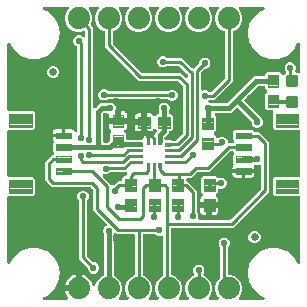
<source format=gtl>
G04 EAGLE Gerber RS-274X export*
G75*
%MOMM*%
%FSLAX34Y34*%
%LPD*%
%INTop Copper*%
%IPPOS*%
%AMOC8*
5,1,8,0,0,1.08239X$1,22.5*%
G01*
%ADD10C,0.100000*%
%ADD11C,0.635000*%
%ADD12C,1.879600*%
%ADD13C,0.096000*%
%ADD14C,0.102000*%
%ADD15C,0.300000*%
%ADD16C,0.254000*%
%ADD17C,0.554000*%
%ADD18C,0.406400*%
%ADD19C,0.304800*%

G36*
X53303Y3054D02*
X53303Y3054D01*
X53343Y3051D01*
X53461Y3074D01*
X53579Y3089D01*
X53617Y3103D01*
X53656Y3111D01*
X53764Y3162D01*
X53875Y3206D01*
X53907Y3229D01*
X53943Y3246D01*
X54036Y3322D01*
X54133Y3392D01*
X54158Y3423D01*
X54189Y3448D01*
X54259Y3545D01*
X54335Y3637D01*
X54352Y3673D01*
X54376Y3706D01*
X54420Y3817D01*
X54471Y3925D01*
X54478Y3964D01*
X54493Y4001D01*
X54508Y4120D01*
X54531Y4237D01*
X54528Y4277D01*
X54533Y4317D01*
X54518Y4435D01*
X54511Y4555D01*
X54499Y4593D01*
X54494Y4632D01*
X54450Y4743D01*
X54413Y4857D01*
X54392Y4891D01*
X54377Y4928D01*
X54291Y5064D01*
X53289Y6443D01*
X52436Y8117D01*
X51855Y9904D01*
X51815Y10161D01*
X62230Y10161D01*
X62348Y10176D01*
X62467Y10183D01*
X62505Y10196D01*
X62545Y10201D01*
X62656Y10244D01*
X62769Y10281D01*
X62803Y10303D01*
X62841Y10318D01*
X62937Y10388D01*
X63038Y10451D01*
X63066Y10481D01*
X63098Y10504D01*
X63174Y10596D01*
X63256Y10683D01*
X63275Y10718D01*
X63301Y10749D01*
X63352Y10857D01*
X63409Y10961D01*
X63420Y11001D01*
X63437Y11037D01*
X63459Y11154D01*
X63489Y11269D01*
X63493Y11330D01*
X63497Y11350D01*
X63495Y11370D01*
X63499Y11430D01*
X63499Y12701D01*
X64770Y12701D01*
X64888Y12716D01*
X65007Y12723D01*
X65045Y12736D01*
X65085Y12741D01*
X65196Y12785D01*
X65309Y12821D01*
X65344Y12843D01*
X65381Y12858D01*
X65477Y12928D01*
X65578Y12991D01*
X65606Y13021D01*
X65639Y13045D01*
X65714Y13136D01*
X65796Y13223D01*
X65816Y13258D01*
X65841Y13290D01*
X65892Y13397D01*
X65950Y13502D01*
X65960Y13541D01*
X65977Y13577D01*
X65999Y13694D01*
X66029Y13809D01*
X66033Y13870D01*
X66037Y13890D01*
X66035Y13910D01*
X66039Y13970D01*
X66039Y24385D01*
X66296Y24345D01*
X68083Y23764D01*
X69757Y22911D01*
X71278Y21806D01*
X72606Y20478D01*
X73711Y18957D01*
X74564Y17283D01*
X75154Y15466D01*
X75180Y15380D01*
X75210Y15254D01*
X75224Y15227D01*
X75232Y15198D01*
X75298Y15087D01*
X75358Y14973D01*
X75379Y14950D01*
X75394Y14924D01*
X75485Y14833D01*
X75572Y14737D01*
X75597Y14721D01*
X75619Y14699D01*
X75730Y14634D01*
X75838Y14563D01*
X75867Y14553D01*
X75892Y14537D01*
X76016Y14501D01*
X76139Y14459D01*
X76169Y14457D01*
X76198Y14449D01*
X76327Y14444D01*
X76456Y14434D01*
X76486Y14439D01*
X76516Y14438D01*
X76642Y14466D01*
X76769Y14489D01*
X76797Y14501D01*
X76826Y14508D01*
X76941Y14566D01*
X77059Y14619D01*
X77083Y14638D01*
X77110Y14652D01*
X77207Y14737D01*
X77308Y14818D01*
X77326Y14842D01*
X77348Y14862D01*
X77421Y14969D01*
X77499Y15072D01*
X77518Y15111D01*
X77527Y15125D01*
X77535Y15145D01*
X77570Y15216D01*
X79209Y19175D01*
X82425Y22391D01*
X84052Y23064D01*
X84077Y23079D01*
X84105Y23088D01*
X84215Y23158D01*
X84328Y23222D01*
X84349Y23242D01*
X84374Y23258D01*
X84463Y23353D01*
X84556Y23443D01*
X84572Y23468D01*
X84592Y23490D01*
X84655Y23603D01*
X84723Y23714D01*
X84731Y23742D01*
X84746Y23768D01*
X84778Y23894D01*
X84816Y24018D01*
X84818Y24048D01*
X84825Y24076D01*
X84835Y24237D01*
X84835Y48591D01*
X84823Y48689D01*
X84820Y48788D01*
X84807Y48832D01*
X84807Y57942D01*
X84806Y57952D01*
X84807Y57961D01*
X84786Y58110D01*
X84767Y58258D01*
X84764Y58267D01*
X84763Y58276D01*
X84710Y58428D01*
X84069Y59976D01*
X84069Y61887D01*
X84800Y63652D01*
X86151Y65003D01*
X86464Y65133D01*
X86507Y65158D01*
X86554Y65174D01*
X86645Y65236D01*
X86741Y65291D01*
X86776Y65325D01*
X86817Y65353D01*
X86890Y65436D01*
X86969Y65512D01*
X86995Y65554D01*
X87028Y65591D01*
X87078Y65689D01*
X87135Y65783D01*
X87150Y65830D01*
X87172Y65875D01*
X87196Y65982D01*
X87229Y66087D01*
X87231Y66137D01*
X87242Y66185D01*
X87239Y66295D01*
X87244Y66405D01*
X87234Y66453D01*
X87232Y66503D01*
X87202Y66609D01*
X87180Y66716D01*
X87158Y66761D01*
X87144Y66808D01*
X87088Y66903D01*
X87040Y67002D01*
X87008Y67040D01*
X86982Y67082D01*
X86876Y67203D01*
X75437Y78642D01*
X75437Y95896D01*
X75425Y95994D01*
X75422Y96093D01*
X75405Y96152D01*
X75397Y96212D01*
X75361Y96304D01*
X75333Y96399D01*
X75303Y96451D01*
X75280Y96507D01*
X75222Y96587D01*
X75172Y96673D01*
X75106Y96748D01*
X75094Y96765D01*
X75084Y96773D01*
X75066Y96794D01*
X73934Y97926D01*
X73855Y97986D01*
X73783Y98054D01*
X73730Y98083D01*
X73682Y98120D01*
X73591Y98160D01*
X73505Y98208D01*
X73446Y98223D01*
X73391Y98247D01*
X73293Y98262D01*
X73197Y98287D01*
X73097Y98293D01*
X73076Y98297D01*
X73064Y98295D01*
X73036Y98297D01*
X40542Y98297D01*
X34797Y104042D01*
X34797Y119478D01*
X40622Y125303D01*
X41251Y125303D01*
X41349Y125315D01*
X41448Y125318D01*
X41506Y125335D01*
X41567Y125343D01*
X41659Y125379D01*
X41754Y125407D01*
X41806Y125437D01*
X41862Y125460D01*
X41942Y125518D01*
X42028Y125568D01*
X42103Y125634D01*
X42120Y125646D01*
X42127Y125656D01*
X42149Y125674D01*
X42577Y126103D01*
X42650Y126197D01*
X42728Y126286D01*
X42747Y126322D01*
X42771Y126354D01*
X42819Y126463D01*
X42873Y126569D01*
X42882Y126608D01*
X42898Y126646D01*
X42917Y126763D01*
X42943Y126879D01*
X42941Y126920D01*
X42948Y126960D01*
X42937Y127078D01*
X42933Y127197D01*
X42922Y127236D01*
X42918Y127276D01*
X42878Y127388D01*
X42844Y127503D01*
X42824Y127538D01*
X42810Y127576D01*
X42743Y127674D01*
X42683Y127777D01*
X42643Y127822D01*
X42632Y127839D01*
X42616Y127852D01*
X42577Y127898D01*
X42017Y128457D01*
X42017Y135543D01*
X42217Y135743D01*
X42290Y135837D01*
X42369Y135927D01*
X42387Y135963D01*
X42412Y135995D01*
X42460Y136104D01*
X42514Y136210D01*
X42523Y136249D01*
X42539Y136286D01*
X42557Y136404D01*
X42583Y136520D01*
X42582Y136560D01*
X42588Y136601D01*
X42577Y136719D01*
X42574Y136838D01*
X42562Y136877D01*
X42559Y136917D01*
X42518Y137029D01*
X42485Y137144D01*
X42465Y137178D01*
X42451Y137216D01*
X42384Y137315D01*
X42324Y137418D01*
X42284Y137463D01*
X42272Y137480D01*
X42257Y137493D01*
X42217Y137538D01*
X42119Y137637D01*
X41717Y138332D01*
X41509Y139108D01*
X41509Y140501D01*
X50570Y140501D01*
X50688Y140516D01*
X50807Y140523D01*
X50845Y140535D01*
X50885Y140541D01*
X50996Y140584D01*
X51109Y140621D01*
X51143Y140643D01*
X51181Y140658D01*
X51277Y140727D01*
X51378Y140791D01*
X51406Y140821D01*
X51438Y140844D01*
X51514Y140936D01*
X51596Y141023D01*
X51615Y141058D01*
X51641Y141089D01*
X51661Y141133D01*
X51737Y141188D01*
X51838Y141251D01*
X51866Y141281D01*
X51899Y141305D01*
X51975Y141396D01*
X52056Y141483D01*
X52076Y141518D01*
X52101Y141550D01*
X52152Y141657D01*
X52210Y141762D01*
X52220Y141801D01*
X52237Y141837D01*
X52259Y141954D01*
X52289Y142070D01*
X52293Y142130D01*
X52297Y142150D01*
X52295Y142170D01*
X52299Y142230D01*
X52299Y147541D01*
X57442Y147541D01*
X58218Y147333D01*
X58913Y146931D01*
X59481Y146363D01*
X59909Y145623D01*
X59997Y145506D01*
X60082Y145389D01*
X60093Y145380D01*
X60101Y145369D01*
X60215Y145279D01*
X60327Y145186D01*
X60340Y145180D01*
X60350Y145172D01*
X60483Y145112D01*
X60615Y145050D01*
X60628Y145048D01*
X60641Y145042D01*
X60785Y145018D01*
X60928Y144990D01*
X60941Y144991D01*
X60954Y144989D01*
X61100Y145001D01*
X61245Y145010D01*
X61258Y145014D01*
X61271Y145015D01*
X61409Y145063D01*
X61547Y145108D01*
X61559Y145115D01*
X61572Y145120D01*
X61693Y145200D01*
X61816Y145278D01*
X61825Y145288D01*
X61837Y145296D01*
X61934Y145404D01*
X62034Y145510D01*
X62041Y145522D01*
X62050Y145532D01*
X62117Y145661D01*
X62188Y145788D01*
X62191Y145801D01*
X62197Y145813D01*
X62231Y145956D01*
X62267Y146096D01*
X62268Y146115D01*
X62270Y146123D01*
X62270Y146140D01*
X62277Y146257D01*
X62277Y216710D01*
X62274Y216739D01*
X62276Y216769D01*
X62254Y216896D01*
X62237Y217025D01*
X62227Y217053D01*
X62222Y217082D01*
X62168Y217201D01*
X62120Y217321D01*
X62103Y217345D01*
X62091Y217372D01*
X62010Y217474D01*
X61934Y217579D01*
X61911Y217597D01*
X61892Y217620D01*
X61789Y217699D01*
X61689Y217781D01*
X61662Y217794D01*
X61638Y217812D01*
X61494Y217883D01*
X60779Y218178D01*
X59428Y219529D01*
X58697Y221295D01*
X58697Y223205D01*
X59428Y224971D01*
X60779Y226322D01*
X62545Y227053D01*
X64455Y227053D01*
X66221Y226322D01*
X66921Y225622D01*
X67030Y225537D01*
X67137Y225448D01*
X67156Y225439D01*
X67172Y225427D01*
X67300Y225371D01*
X67425Y225312D01*
X67445Y225308D01*
X67464Y225300D01*
X67602Y225278D01*
X67738Y225252D01*
X67758Y225254D01*
X67778Y225250D01*
X67917Y225264D01*
X68055Y225272D01*
X68074Y225278D01*
X68094Y225280D01*
X68225Y225327D01*
X68357Y225370D01*
X68375Y225381D01*
X68394Y225388D01*
X68508Y225466D01*
X68626Y225540D01*
X68640Y225555D01*
X68657Y225566D01*
X68749Y225670D01*
X68844Y225772D01*
X68854Y225790D01*
X68867Y225805D01*
X68930Y225929D01*
X68998Y226050D01*
X69003Y226070D01*
X69012Y226088D01*
X69042Y226224D01*
X69077Y226358D01*
X69079Y226386D01*
X69082Y226398D01*
X69081Y226419D01*
X69087Y226519D01*
X69087Y229342D01*
X69081Y229392D01*
X69083Y229441D01*
X69061Y229549D01*
X69047Y229658D01*
X69029Y229704D01*
X69019Y229753D01*
X68971Y229851D01*
X68930Y229953D01*
X68901Y229994D01*
X68879Y230038D01*
X68808Y230122D01*
X68744Y230211D01*
X68705Y230243D01*
X68673Y230280D01*
X68583Y230343D01*
X68499Y230414D01*
X68454Y230435D01*
X68413Y230463D01*
X68310Y230502D01*
X68211Y230549D01*
X68162Y230558D01*
X68116Y230576D01*
X68006Y230588D01*
X67899Y230609D01*
X67849Y230606D01*
X67800Y230611D01*
X67691Y230596D01*
X67581Y230589D01*
X67534Y230574D01*
X67485Y230567D01*
X67332Y230515D01*
X65774Y229869D01*
X61226Y229869D01*
X57025Y231609D01*
X53809Y234825D01*
X52069Y239026D01*
X52069Y243574D01*
X53809Y247775D01*
X54819Y248785D01*
X54904Y248894D01*
X54993Y249001D01*
X55002Y249020D01*
X55014Y249036D01*
X55069Y249163D01*
X55128Y249289D01*
X55132Y249309D01*
X55140Y249328D01*
X55162Y249466D01*
X55188Y249602D01*
X55187Y249622D01*
X55190Y249642D01*
X55177Y249781D01*
X55168Y249919D01*
X55162Y249938D01*
X55160Y249958D01*
X55113Y250090D01*
X55070Y250221D01*
X55060Y250239D01*
X55053Y250258D01*
X54975Y250373D01*
X54900Y250490D01*
X54886Y250504D01*
X54874Y250521D01*
X54770Y250613D01*
X54669Y250708D01*
X54651Y250718D01*
X54636Y250731D01*
X54512Y250794D01*
X54390Y250862D01*
X54371Y250867D01*
X54353Y250876D01*
X54217Y250906D01*
X54082Y250941D01*
X54054Y250943D01*
X54042Y250946D01*
X54022Y250945D01*
X53922Y250951D01*
X34316Y250951D01*
X34219Y250939D01*
X34122Y250936D01*
X34062Y250919D01*
X34000Y250911D01*
X33910Y250876D01*
X33816Y250849D01*
X33762Y250817D01*
X33704Y250794D01*
X33626Y250737D01*
X33542Y250688D01*
X33498Y250644D01*
X33447Y250608D01*
X33385Y250532D01*
X33316Y250464D01*
X33284Y250411D01*
X33244Y250363D01*
X33203Y250275D01*
X33153Y250191D01*
X33135Y250131D01*
X33109Y250075D01*
X33091Y249979D01*
X33063Y249886D01*
X33061Y249824D01*
X33049Y249763D01*
X33055Y249665D01*
X33052Y249568D01*
X33065Y249507D01*
X33069Y249445D01*
X33099Y249352D01*
X33120Y249257D01*
X33148Y249202D01*
X33167Y249143D01*
X33219Y249060D01*
X33263Y248973D01*
X33304Y248927D01*
X33337Y248874D01*
X33408Y248807D01*
X33472Y248734D01*
X33523Y248699D01*
X33569Y248656D01*
X33654Y248609D01*
X33734Y248554D01*
X33830Y248512D01*
X33847Y248502D01*
X33858Y248500D01*
X33882Y248489D01*
X36362Y247587D01*
X42195Y242692D01*
X46002Y236098D01*
X47324Y228600D01*
X46002Y221102D01*
X42195Y214508D01*
X36362Y209613D01*
X29207Y207009D01*
X21593Y207009D01*
X14438Y209613D01*
X8605Y214508D01*
X5417Y220030D01*
X5329Y220146D01*
X5244Y220264D01*
X5233Y220272D01*
X5225Y220283D01*
X5111Y220373D01*
X4999Y220467D01*
X4986Y220472D01*
X4976Y220481D01*
X4842Y220540D01*
X4711Y220602D01*
X4698Y220605D01*
X4685Y220610D01*
X4541Y220635D01*
X4398Y220662D01*
X4385Y220661D01*
X4372Y220663D01*
X4226Y220651D01*
X4081Y220642D01*
X4068Y220638D01*
X4055Y220637D01*
X3917Y220589D01*
X3779Y220544D01*
X3767Y220537D01*
X3754Y220532D01*
X3633Y220452D01*
X3510Y220374D01*
X3501Y220364D01*
X3489Y220357D01*
X3392Y220249D01*
X3292Y220142D01*
X3285Y220131D01*
X3276Y220120D01*
X3209Y219991D01*
X3138Y219864D01*
X3135Y219851D01*
X3129Y219839D01*
X3095Y219697D01*
X3059Y219556D01*
X3058Y219538D01*
X3056Y219529D01*
X3056Y219512D01*
X3049Y219395D01*
X3049Y164302D01*
X3064Y164184D01*
X3071Y164065D01*
X3084Y164027D01*
X3089Y163986D01*
X3132Y163876D01*
X3169Y163763D01*
X3191Y163728D01*
X3206Y163691D01*
X3275Y163595D01*
X3339Y163494D01*
X3369Y163466D01*
X3392Y163433D01*
X3484Y163357D01*
X3571Y163276D01*
X3606Y163256D01*
X3637Y163231D01*
X3745Y163180D01*
X3849Y163122D01*
X3889Y163112D01*
X3925Y163095D01*
X4042Y163073D01*
X4157Y163043D01*
X4217Y163039D01*
X4237Y163035D01*
X4258Y163037D01*
X4318Y163033D01*
X24611Y163033D01*
X26083Y161561D01*
X26083Y148439D01*
X24611Y146967D01*
X4318Y146967D01*
X4200Y146952D01*
X4081Y146945D01*
X4043Y146932D01*
X4002Y146927D01*
X3892Y146884D01*
X3779Y146847D01*
X3744Y146825D01*
X3707Y146810D01*
X3611Y146741D01*
X3510Y146677D01*
X3482Y146647D01*
X3449Y146624D01*
X3373Y146532D01*
X3292Y146445D01*
X3272Y146410D01*
X3247Y146379D01*
X3196Y146271D01*
X3138Y146167D01*
X3128Y146127D01*
X3111Y146091D01*
X3089Y145974D01*
X3059Y145859D01*
X3055Y145799D01*
X3051Y145779D01*
X3053Y145758D01*
X3049Y145698D01*
X3049Y108302D01*
X3064Y108184D01*
X3071Y108065D01*
X3084Y108027D01*
X3089Y107986D01*
X3132Y107876D01*
X3169Y107763D01*
X3191Y107728D01*
X3206Y107691D01*
X3275Y107595D01*
X3339Y107494D01*
X3369Y107466D01*
X3392Y107433D01*
X3484Y107357D01*
X3571Y107276D01*
X3606Y107256D01*
X3637Y107231D01*
X3745Y107180D01*
X3849Y107122D01*
X3889Y107112D01*
X3925Y107095D01*
X4042Y107073D01*
X4157Y107043D01*
X4217Y107039D01*
X4237Y107035D01*
X4258Y107037D01*
X4318Y107033D01*
X24611Y107033D01*
X26083Y105561D01*
X26083Y92439D01*
X24611Y90967D01*
X4318Y90967D01*
X4200Y90952D01*
X4081Y90945D01*
X4043Y90932D01*
X4002Y90927D01*
X3892Y90884D01*
X3779Y90847D01*
X3744Y90825D01*
X3707Y90810D01*
X3611Y90741D01*
X3510Y90677D01*
X3482Y90647D01*
X3449Y90624D01*
X3373Y90532D01*
X3292Y90445D01*
X3272Y90410D01*
X3247Y90379D01*
X3196Y90271D01*
X3138Y90167D01*
X3128Y90127D01*
X3111Y90091D01*
X3089Y89974D01*
X3059Y89859D01*
X3055Y89799D01*
X3051Y89779D01*
X3053Y89758D01*
X3049Y89698D01*
X3049Y34605D01*
X3067Y34460D01*
X3082Y34315D01*
X3087Y34303D01*
X3089Y34289D01*
X3142Y34154D01*
X3193Y34017D01*
X3201Y34006D01*
X3206Y33994D01*
X3291Y33876D01*
X3374Y33756D01*
X3385Y33747D01*
X3392Y33736D01*
X3505Y33643D01*
X3615Y33548D01*
X3627Y33542D01*
X3637Y33533D01*
X3769Y33472D01*
X3900Y33406D01*
X3913Y33404D01*
X3925Y33398D01*
X4067Y33371D01*
X4211Y33340D01*
X4224Y33341D01*
X4237Y33338D01*
X4382Y33347D01*
X4528Y33353D01*
X4541Y33357D01*
X4555Y33358D01*
X4693Y33403D01*
X4833Y33445D01*
X4845Y33452D01*
X4857Y33456D01*
X4980Y33534D01*
X5105Y33609D01*
X5115Y33619D01*
X5126Y33626D01*
X5226Y33732D01*
X5328Y33836D01*
X5338Y33851D01*
X5344Y33858D01*
X5352Y33873D01*
X5417Y33970D01*
X8605Y39492D01*
X14438Y44387D01*
X21593Y46991D01*
X29207Y46991D01*
X36362Y44387D01*
X42195Y39492D01*
X46002Y32898D01*
X47324Y25400D01*
X46002Y17902D01*
X42195Y11308D01*
X36362Y6413D01*
X33882Y5511D01*
X33795Y5466D01*
X33704Y5430D01*
X33654Y5394D01*
X33599Y5365D01*
X33526Y5301D01*
X33447Y5244D01*
X33407Y5196D01*
X33361Y5154D01*
X33306Y5074D01*
X33244Y4999D01*
X33218Y4942D01*
X33183Y4891D01*
X33150Y4799D01*
X33109Y4711D01*
X33097Y4650D01*
X33076Y4591D01*
X33067Y4494D01*
X33049Y4398D01*
X33053Y4336D01*
X33047Y4274D01*
X33063Y4178D01*
X33069Y4081D01*
X33088Y4022D01*
X33098Y3960D01*
X33137Y3871D01*
X33167Y3779D01*
X33200Y3726D01*
X33225Y3669D01*
X33285Y3592D01*
X33337Y3510D01*
X33382Y3467D01*
X33421Y3418D01*
X33498Y3359D01*
X33569Y3292D01*
X33623Y3262D01*
X33672Y3224D01*
X33762Y3185D01*
X33847Y3138D01*
X33907Y3123D01*
X33965Y3098D01*
X34061Y3083D01*
X34155Y3059D01*
X34259Y3052D01*
X34279Y3049D01*
X34290Y3050D01*
X34316Y3049D01*
X53264Y3049D01*
X53303Y3054D01*
G37*
G36*
X155660Y3066D02*
X155660Y3066D01*
X155798Y3079D01*
X155817Y3086D01*
X155837Y3089D01*
X155966Y3140D01*
X156097Y3187D01*
X156114Y3198D01*
X156133Y3206D01*
X156245Y3287D01*
X156360Y3365D01*
X156374Y3381D01*
X156390Y3392D01*
X156479Y3500D01*
X156571Y3604D01*
X156580Y3622D01*
X156593Y3637D01*
X156652Y3763D01*
X156715Y3887D01*
X156720Y3907D01*
X156728Y3925D01*
X156755Y4062D01*
X156785Y4197D01*
X156784Y4218D01*
X156788Y4237D01*
X156780Y4376D01*
X156775Y4515D01*
X156770Y4535D01*
X156768Y4555D01*
X156726Y4687D01*
X156687Y4821D01*
X156677Y4838D01*
X156670Y4857D01*
X156596Y4975D01*
X156525Y5095D01*
X156507Y5116D01*
X156500Y5126D01*
X156485Y5140D01*
X156419Y5215D01*
X155409Y6225D01*
X153669Y10426D01*
X153669Y14974D01*
X155409Y19175D01*
X158625Y22391D01*
X160570Y23196D01*
X160613Y23221D01*
X160660Y23238D01*
X160751Y23299D01*
X160846Y23354D01*
X160882Y23388D01*
X160923Y23416D01*
X160996Y23498D01*
X161075Y23575D01*
X161101Y23617D01*
X161134Y23655D01*
X161183Y23752D01*
X161241Y23846D01*
X161255Y23894D01*
X161278Y23938D01*
X161302Y24045D01*
X161334Y24150D01*
X161337Y24200D01*
X161348Y24248D01*
X161344Y24358D01*
X161350Y24468D01*
X161340Y24516D01*
X161338Y24566D01*
X161308Y24672D01*
X161285Y24779D01*
X161263Y24824D01*
X161250Y24872D01*
X161194Y24966D01*
X161146Y25065D01*
X161113Y25103D01*
X161088Y25146D01*
X161033Y25208D01*
X160297Y26985D01*
X160297Y28895D01*
X161028Y30661D01*
X162379Y32012D01*
X164145Y32743D01*
X166055Y32743D01*
X167821Y32012D01*
X169172Y30661D01*
X169903Y28895D01*
X169903Y26985D01*
X169167Y25208D01*
X169151Y25194D01*
X169091Y25102D01*
X169023Y25015D01*
X169004Y24969D01*
X168976Y24928D01*
X168941Y24824D01*
X168897Y24723D01*
X168889Y24674D01*
X168873Y24627D01*
X168864Y24517D01*
X168847Y24409D01*
X168852Y24360D01*
X168848Y24310D01*
X168867Y24202D01*
X168877Y24093D01*
X168894Y24046D01*
X168902Y23997D01*
X168947Y23897D01*
X168985Y23793D01*
X169012Y23752D01*
X169033Y23707D01*
X169101Y23621D01*
X169163Y23530D01*
X169200Y23497D01*
X169231Y23458D01*
X169319Y23392D01*
X169401Y23320D01*
X169446Y23297D01*
X169486Y23267D01*
X169630Y23196D01*
X171575Y22391D01*
X174791Y19175D01*
X176531Y14974D01*
X176531Y10426D01*
X174791Y6225D01*
X173781Y5215D01*
X173696Y5106D01*
X173607Y4999D01*
X173598Y4980D01*
X173586Y4964D01*
X173531Y4837D01*
X173472Y4711D01*
X173468Y4691D01*
X173460Y4672D01*
X173438Y4534D01*
X173412Y4398D01*
X173413Y4378D01*
X173410Y4358D01*
X173423Y4219D01*
X173432Y4081D01*
X173438Y4062D01*
X173440Y4042D01*
X173487Y3910D01*
X173530Y3779D01*
X173540Y3761D01*
X173547Y3742D01*
X173625Y3627D01*
X173700Y3510D01*
X173714Y3496D01*
X173726Y3479D01*
X173830Y3387D01*
X173931Y3292D01*
X173949Y3282D01*
X173964Y3269D01*
X174088Y3206D01*
X174210Y3138D01*
X174229Y3133D01*
X174247Y3124D01*
X174383Y3094D01*
X174518Y3059D01*
X174546Y3057D01*
X174558Y3054D01*
X174578Y3055D01*
X174678Y3049D01*
X180922Y3049D01*
X181060Y3066D01*
X181198Y3079D01*
X181217Y3086D01*
X181237Y3089D01*
X181366Y3140D01*
X181497Y3187D01*
X181514Y3198D01*
X181533Y3206D01*
X181645Y3287D01*
X181760Y3365D01*
X181774Y3381D01*
X181790Y3392D01*
X181879Y3500D01*
X181971Y3604D01*
X181980Y3622D01*
X181993Y3637D01*
X182052Y3763D01*
X182115Y3887D01*
X182120Y3907D01*
X182128Y3925D01*
X182155Y4062D01*
X182185Y4197D01*
X182184Y4218D01*
X182188Y4237D01*
X182180Y4376D01*
X182175Y4515D01*
X182170Y4535D01*
X182168Y4555D01*
X182126Y4687D01*
X182087Y4821D01*
X182077Y4838D01*
X182070Y4857D01*
X181996Y4975D01*
X181925Y5095D01*
X181907Y5116D01*
X181900Y5126D01*
X181885Y5140D01*
X181819Y5215D01*
X180809Y6225D01*
X179069Y10426D01*
X179069Y14974D01*
X180809Y19175D01*
X183016Y21381D01*
X183076Y21459D01*
X183144Y21531D01*
X183173Y21584D01*
X183210Y21632D01*
X183250Y21723D01*
X183298Y21810D01*
X183313Y21868D01*
X183337Y21924D01*
X183352Y22022D01*
X183377Y22118D01*
X183383Y22218D01*
X183387Y22238D01*
X183385Y22251D01*
X183387Y22279D01*
X183387Y46785D01*
X183375Y46883D01*
X183372Y46982D01*
X183355Y47040D01*
X183347Y47100D01*
X183311Y47193D01*
X183283Y47288D01*
X183253Y47340D01*
X183230Y47396D01*
X183172Y47476D01*
X183122Y47562D01*
X183056Y47637D01*
X183044Y47653D01*
X183034Y47661D01*
X183016Y47682D01*
X182618Y48079D01*
X181887Y49845D01*
X181887Y51755D01*
X182618Y53521D01*
X183969Y54872D01*
X185735Y55603D01*
X187645Y55603D01*
X189411Y54872D01*
X190762Y53521D01*
X191493Y51755D01*
X191493Y49845D01*
X190762Y48079D01*
X190364Y47682D01*
X190304Y47604D01*
X190236Y47532D01*
X190207Y47479D01*
X190170Y47431D01*
X190130Y47340D01*
X190082Y47254D01*
X190067Y47195D01*
X190043Y47139D01*
X190028Y47041D01*
X190003Y46946D01*
X189997Y46846D01*
X189993Y46825D01*
X189995Y46813D01*
X189993Y46785D01*
X189993Y25400D01*
X190008Y25282D01*
X190015Y25163D01*
X190028Y25125D01*
X190033Y25084D01*
X190076Y24974D01*
X190113Y24861D01*
X190135Y24826D01*
X190150Y24789D01*
X190219Y24693D01*
X190283Y24592D01*
X190313Y24564D01*
X190336Y24531D01*
X190428Y24455D01*
X190515Y24374D01*
X190550Y24354D01*
X190581Y24329D01*
X190689Y24278D01*
X190793Y24220D01*
X190833Y24210D01*
X190869Y24193D01*
X190986Y24171D01*
X191101Y24141D01*
X191161Y24137D01*
X191181Y24133D01*
X191202Y24135D01*
X191262Y24131D01*
X192774Y24131D01*
X196975Y22391D01*
X200191Y19175D01*
X201931Y14974D01*
X201931Y10426D01*
X200191Y6225D01*
X199181Y5215D01*
X199096Y5106D01*
X199007Y4999D01*
X198998Y4980D01*
X198986Y4964D01*
X198931Y4837D01*
X198872Y4711D01*
X198868Y4691D01*
X198860Y4672D01*
X198838Y4534D01*
X198812Y4398D01*
X198813Y4378D01*
X198810Y4358D01*
X198823Y4219D01*
X198832Y4081D01*
X198838Y4062D01*
X198840Y4042D01*
X198887Y3910D01*
X198930Y3779D01*
X198940Y3761D01*
X198947Y3742D01*
X199025Y3627D01*
X199100Y3510D01*
X199114Y3496D01*
X199126Y3479D01*
X199230Y3387D01*
X199331Y3292D01*
X199349Y3282D01*
X199364Y3269D01*
X199488Y3206D01*
X199610Y3138D01*
X199629Y3133D01*
X199647Y3124D01*
X199783Y3094D01*
X199918Y3059D01*
X199946Y3057D01*
X199958Y3054D01*
X199978Y3055D01*
X200078Y3049D01*
X219684Y3049D01*
X219781Y3061D01*
X219878Y3064D01*
X219938Y3081D01*
X220000Y3089D01*
X220090Y3124D01*
X220184Y3151D01*
X220238Y3183D01*
X220296Y3206D01*
X220374Y3263D01*
X220458Y3312D01*
X220502Y3356D01*
X220553Y3392D01*
X220615Y3468D01*
X220684Y3536D01*
X220716Y3589D01*
X220756Y3637D01*
X220797Y3725D01*
X220847Y3809D01*
X220865Y3869D01*
X220891Y3925D01*
X220909Y4021D01*
X220937Y4114D01*
X220939Y4176D01*
X220951Y4237D01*
X220945Y4335D01*
X220948Y4432D01*
X220935Y4493D01*
X220931Y4555D01*
X220901Y4648D01*
X220880Y4743D01*
X220852Y4798D01*
X220833Y4857D01*
X220781Y4940D01*
X220737Y5027D01*
X220696Y5073D01*
X220663Y5126D01*
X220592Y5193D01*
X220528Y5266D01*
X220477Y5301D01*
X220431Y5344D01*
X220346Y5391D01*
X220266Y5446D01*
X220170Y5488D01*
X220153Y5498D01*
X220142Y5500D01*
X220118Y5511D01*
X217638Y6413D01*
X211805Y11308D01*
X207998Y17902D01*
X206676Y25400D01*
X207998Y32898D01*
X211805Y39492D01*
X217638Y44387D01*
X224793Y46991D01*
X232407Y46991D01*
X239562Y44387D01*
X245395Y39492D01*
X248583Y33970D01*
X248671Y33854D01*
X248756Y33736D01*
X248767Y33728D01*
X248775Y33717D01*
X248889Y33627D01*
X249001Y33533D01*
X249014Y33528D01*
X249024Y33519D01*
X249158Y33460D01*
X249289Y33398D01*
X249302Y33395D01*
X249315Y33390D01*
X249459Y33365D01*
X249602Y33338D01*
X249615Y33339D01*
X249628Y33337D01*
X249774Y33349D01*
X249919Y33358D01*
X249932Y33362D01*
X249945Y33363D01*
X250083Y33411D01*
X250221Y33456D01*
X250233Y33463D01*
X250246Y33468D01*
X250367Y33548D01*
X250490Y33626D01*
X250499Y33636D01*
X250511Y33643D01*
X250608Y33751D01*
X250708Y33858D01*
X250715Y33870D01*
X250724Y33880D01*
X250791Y34008D01*
X250862Y34136D01*
X250865Y34149D01*
X250871Y34161D01*
X250905Y34303D01*
X250941Y34444D01*
X250942Y34462D01*
X250944Y34471D01*
X250944Y34488D01*
X250951Y34605D01*
X250951Y89698D01*
X250936Y89816D01*
X250929Y89935D01*
X250916Y89973D01*
X250911Y90014D01*
X250868Y90124D01*
X250831Y90237D01*
X250809Y90272D01*
X250794Y90309D01*
X250725Y90405D01*
X250661Y90506D01*
X250631Y90534D01*
X250608Y90567D01*
X250516Y90643D01*
X250429Y90724D01*
X250394Y90744D01*
X250363Y90769D01*
X250255Y90820D01*
X250151Y90878D01*
X250111Y90888D01*
X250075Y90905D01*
X249958Y90927D01*
X249843Y90957D01*
X249783Y90961D01*
X249763Y90965D01*
X249742Y90963D01*
X249682Y90967D01*
X229135Y90967D01*
X227663Y92439D01*
X227663Y105561D01*
X229135Y107033D01*
X249682Y107033D01*
X249800Y107048D01*
X249919Y107055D01*
X249957Y107068D01*
X249998Y107073D01*
X250108Y107116D01*
X250221Y107153D01*
X250256Y107175D01*
X250293Y107190D01*
X250389Y107259D01*
X250490Y107323D01*
X250518Y107353D01*
X250551Y107376D01*
X250627Y107468D01*
X250708Y107555D01*
X250728Y107590D01*
X250753Y107621D01*
X250804Y107729D01*
X250862Y107833D01*
X250872Y107873D01*
X250889Y107909D01*
X250911Y108026D01*
X250941Y108141D01*
X250945Y108201D01*
X250949Y108221D01*
X250947Y108242D01*
X250951Y108302D01*
X250951Y145698D01*
X250936Y145816D01*
X250929Y145935D01*
X250916Y145973D01*
X250911Y146014D01*
X250868Y146124D01*
X250831Y146237D01*
X250809Y146272D01*
X250794Y146309D01*
X250725Y146405D01*
X250661Y146506D01*
X250631Y146534D01*
X250608Y146567D01*
X250516Y146643D01*
X250429Y146724D01*
X250394Y146744D01*
X250363Y146769D01*
X250255Y146820D01*
X250151Y146878D01*
X250111Y146888D01*
X250075Y146905D01*
X249958Y146927D01*
X249843Y146957D01*
X249783Y146961D01*
X249763Y146965D01*
X249742Y146963D01*
X249682Y146967D01*
X229135Y146967D01*
X227663Y148439D01*
X227663Y161561D01*
X227735Y161632D01*
X227820Y161742D01*
X227909Y161849D01*
X227918Y161868D01*
X227930Y161884D01*
X227985Y162011D01*
X228044Y162137D01*
X228048Y162157D01*
X228056Y162176D01*
X228078Y162313D01*
X228104Y162450D01*
X228103Y162470D01*
X228106Y162490D01*
X228093Y162629D01*
X228084Y162767D01*
X228078Y162786D01*
X228076Y162806D01*
X228029Y162938D01*
X227986Y163069D01*
X227976Y163086D01*
X227969Y163106D01*
X227891Y163221D01*
X227816Y163338D01*
X227802Y163352D01*
X227790Y163369D01*
X227686Y163461D01*
X227585Y163556D01*
X227567Y163566D01*
X227552Y163579D01*
X227428Y163643D01*
X227306Y163710D01*
X227287Y163715D01*
X227269Y163724D01*
X227132Y163754D01*
X226998Y163789D01*
X226970Y163791D01*
X226958Y163794D01*
X226938Y163793D01*
X226838Y163799D01*
X222543Y163799D01*
X221059Y165283D01*
X221059Y177381D01*
X222613Y178934D01*
X222686Y179029D01*
X222764Y179118D01*
X222783Y179154D01*
X222808Y179186D01*
X222855Y179295D01*
X222909Y179401D01*
X222918Y179440D01*
X222934Y179478D01*
X222953Y179595D01*
X222979Y179711D01*
X222977Y179752D01*
X222984Y179792D01*
X222973Y179910D01*
X222969Y180029D01*
X222958Y180068D01*
X222954Y180108D01*
X222914Y180221D01*
X222881Y180335D01*
X222860Y180369D01*
X222846Y180408D01*
X222780Y180506D01*
X222719Y180609D01*
X222679Y180654D01*
X222668Y180671D01*
X222653Y180684D01*
X222613Y180729D01*
X221059Y182283D01*
X221059Y182998D01*
X221044Y183116D01*
X221037Y183235D01*
X221024Y183273D01*
X221019Y183314D01*
X220976Y183424D01*
X220939Y183537D01*
X220917Y183572D01*
X220902Y183609D01*
X220833Y183705D01*
X220769Y183806D01*
X220739Y183834D01*
X220716Y183867D01*
X220624Y183943D01*
X220537Y184024D01*
X220502Y184044D01*
X220471Y184069D01*
X220363Y184120D01*
X220259Y184178D01*
X220219Y184188D01*
X220183Y184205D01*
X220066Y184227D01*
X219951Y184257D01*
X219891Y184261D01*
X219871Y184265D01*
X219850Y184263D01*
X219790Y184267D01*
X215941Y184267D01*
X215843Y184255D01*
X215744Y184252D01*
X215686Y184235D01*
X215626Y184227D01*
X215534Y184191D01*
X215439Y184163D01*
X215387Y184133D01*
X215330Y184110D01*
X215250Y184052D01*
X215165Y184002D01*
X215089Y183936D01*
X215073Y183924D01*
X215065Y183914D01*
X215044Y183896D01*
X204131Y172982D01*
X204058Y172888D01*
X203979Y172799D01*
X203961Y172763D01*
X203936Y172731D01*
X203889Y172622D01*
X203835Y172516D01*
X203826Y172477D01*
X203810Y172439D01*
X203791Y172322D01*
X203765Y172206D01*
X203766Y172165D01*
X203760Y172125D01*
X203771Y172007D01*
X203775Y171888D01*
X203786Y171849D01*
X203790Y171809D01*
X203830Y171696D01*
X203863Y171582D01*
X203883Y171547D01*
X203897Y171509D01*
X203964Y171411D01*
X204025Y171308D01*
X204064Y171263D01*
X204076Y171246D01*
X204091Y171233D01*
X204131Y171187D01*
X218695Y156624D01*
X218695Y156151D01*
X218696Y156142D01*
X218695Y156133D01*
X218716Y155984D01*
X218735Y155836D01*
X218738Y155827D01*
X218739Y155818D01*
X218791Y155666D01*
X219433Y154117D01*
X219433Y152207D01*
X218702Y150441D01*
X217351Y149090D01*
X215585Y148359D01*
X213675Y148359D01*
X211909Y149090D01*
X210558Y150441D01*
X209827Y152207D01*
X209827Y153469D01*
X209815Y153567D01*
X209812Y153666D01*
X209795Y153724D01*
X209787Y153784D01*
X209751Y153876D01*
X209723Y153971D01*
X209693Y154023D01*
X209670Y154080D01*
X209612Y154160D01*
X209562Y154245D01*
X209496Y154321D01*
X209484Y154337D01*
X209474Y154345D01*
X209456Y154366D01*
X198383Y165439D01*
X198288Y165512D01*
X198199Y165591D01*
X198163Y165609D01*
X198131Y165634D01*
X198022Y165681D01*
X197916Y165735D01*
X197877Y165744D01*
X197839Y165760D01*
X197722Y165779D01*
X197606Y165805D01*
X197565Y165804D01*
X197525Y165810D01*
X197407Y165799D01*
X197288Y165795D01*
X197249Y165784D01*
X197209Y165780D01*
X197096Y165740D01*
X196982Y165707D01*
X196948Y165687D01*
X196909Y165673D01*
X196811Y165606D01*
X196708Y165546D01*
X196663Y165506D01*
X196646Y165494D01*
X196633Y165479D01*
X196588Y165439D01*
X192184Y161035D01*
X180095Y161035D01*
X179957Y161018D01*
X179818Y161005D01*
X179799Y160998D01*
X179779Y160995D01*
X179650Y160944D01*
X179519Y160897D01*
X179502Y160886D01*
X179484Y160878D01*
X179371Y160797D01*
X179256Y160719D01*
X179243Y160703D01*
X179226Y160692D01*
X179137Y160584D01*
X179046Y160480D01*
X179036Y160462D01*
X179023Y160447D01*
X178964Y160321D01*
X178901Y160197D01*
X178896Y160177D01*
X178888Y160159D01*
X178862Y160022D01*
X178831Y159887D01*
X178832Y159866D01*
X178828Y159847D01*
X178837Y159708D01*
X178841Y159569D01*
X178847Y159549D01*
X178848Y159529D01*
X178891Y159397D01*
X178929Y159263D01*
X178940Y159246D01*
X178946Y159227D01*
X179020Y159109D01*
X179091Y158989D01*
X179109Y158968D01*
X179116Y158958D01*
X179131Y158944D01*
X179197Y158869D01*
X179753Y158313D01*
X179753Y146215D01*
X178199Y144661D01*
X178126Y144567D01*
X178048Y144478D01*
X178029Y144442D01*
X178004Y144410D01*
X177957Y144301D01*
X177903Y144195D01*
X177894Y144156D01*
X177878Y144118D01*
X177859Y144001D01*
X177833Y143885D01*
X177835Y143844D01*
X177828Y143804D01*
X177839Y143686D01*
X177843Y143567D01*
X177854Y143528D01*
X177858Y143488D01*
X177898Y143376D01*
X177931Y143261D01*
X177952Y143226D01*
X177966Y143188D01*
X178033Y143090D01*
X178093Y142987D01*
X178133Y142942D01*
X178144Y142925D01*
X178159Y142912D01*
X178199Y142866D01*
X179753Y141313D01*
X179753Y140841D01*
X179770Y140703D01*
X179783Y140565D01*
X179790Y140546D01*
X179793Y140526D01*
X179844Y140396D01*
X179891Y140265D01*
X179902Y140249D01*
X179910Y140230D01*
X179991Y140118D01*
X180069Y140002D01*
X180085Y139989D01*
X180096Y139972D01*
X180203Y139884D01*
X180308Y139792D01*
X180326Y139783D01*
X180341Y139770D01*
X180467Y139711D01*
X180591Y139647D01*
X180611Y139643D01*
X180629Y139634D01*
X180765Y139608D01*
X180901Y139578D01*
X180922Y139578D01*
X180941Y139574D01*
X181080Y139583D01*
X181219Y139587D01*
X181239Y139593D01*
X181259Y139594D01*
X181391Y139637D01*
X181525Y139676D01*
X181542Y139686D01*
X181561Y139692D01*
X181679Y139766D01*
X181799Y139837D01*
X181820Y139856D01*
X181830Y139862D01*
X181844Y139877D01*
X181920Y139944D01*
X182192Y140216D01*
X183957Y140947D01*
X185867Y140947D01*
X187633Y140216D01*
X188984Y138865D01*
X189715Y137099D01*
X189715Y136572D01*
X189730Y136454D01*
X189737Y136335D01*
X189750Y136297D01*
X189755Y136256D01*
X189798Y136146D01*
X189835Y136033D01*
X189857Y135998D01*
X189872Y135961D01*
X189941Y135865D01*
X190005Y135764D01*
X190035Y135736D01*
X190058Y135703D01*
X190150Y135627D01*
X190237Y135546D01*
X190272Y135526D01*
X190303Y135501D01*
X190411Y135450D01*
X190515Y135392D01*
X190555Y135382D01*
X190591Y135365D01*
X190708Y135343D01*
X190823Y135313D01*
X190883Y135309D01*
X190903Y135305D01*
X190924Y135307D01*
X190984Y135303D01*
X193397Y135303D01*
X193495Y135315D01*
X193594Y135318D01*
X193652Y135335D01*
X193713Y135343D01*
X193805Y135379D01*
X193900Y135407D01*
X193952Y135437D01*
X194008Y135460D01*
X194088Y135518D01*
X194174Y135568D01*
X194249Y135634D01*
X194266Y135646D01*
X194273Y135656D01*
X194294Y135674D01*
X194723Y136102D01*
X194796Y136197D01*
X194874Y136286D01*
X194893Y136322D01*
X194917Y136354D01*
X194965Y136463D01*
X195019Y136569D01*
X195028Y136609D01*
X195044Y136646D01*
X195062Y136763D01*
X195089Y136879D01*
X195087Y136920D01*
X195094Y136960D01*
X195083Y137078D01*
X195079Y137197D01*
X195068Y137236D01*
X195064Y137276D01*
X195024Y137389D01*
X194990Y137503D01*
X194970Y137537D01*
X194956Y137576D01*
X194889Y137674D01*
X194829Y137777D01*
X194789Y137822D01*
X194778Y137839D01*
X194762Y137852D01*
X194723Y137897D01*
X194163Y138457D01*
X194163Y145543D01*
X195653Y147033D01*
X210239Y147033D01*
X211597Y145674D01*
X211676Y145614D01*
X211748Y145546D01*
X211801Y145517D01*
X211849Y145480D01*
X211940Y145440D01*
X212026Y145392D01*
X212085Y145377D01*
X212141Y145353D01*
X212239Y145338D01*
X212334Y145313D01*
X212434Y145307D01*
X212455Y145303D01*
X212467Y145305D01*
X212495Y145303D01*
X216238Y145303D01*
X224791Y136750D01*
X224791Y94390D01*
X194408Y64007D01*
X143002Y64007D01*
X142884Y63992D01*
X142765Y63985D01*
X142727Y63972D01*
X142686Y63967D01*
X142576Y63924D01*
X142463Y63887D01*
X142428Y63865D01*
X142391Y63850D01*
X142295Y63781D01*
X142194Y63717D01*
X142166Y63687D01*
X142133Y63664D01*
X142057Y63572D01*
X141976Y63485D01*
X141956Y63450D01*
X141931Y63419D01*
X141880Y63311D01*
X141822Y63207D01*
X141812Y63167D01*
X141795Y63131D01*
X141773Y63014D01*
X141743Y62899D01*
X141739Y62839D01*
X141735Y62819D01*
X141737Y62798D01*
X141736Y62787D01*
X141735Y62784D01*
X141735Y62781D01*
X141733Y62738D01*
X141733Y25079D01*
X141736Y25049D01*
X141734Y25020D01*
X141756Y24892D01*
X141773Y24763D01*
X141783Y24736D01*
X141788Y24707D01*
X141842Y24588D01*
X141890Y24467D01*
X141907Y24444D01*
X141919Y24417D01*
X142000Y24315D01*
X142076Y24210D01*
X142099Y24191D01*
X142118Y24168D01*
X142221Y24090D01*
X142321Y24007D01*
X142348Y23995D01*
X142372Y23977D01*
X142516Y23906D01*
X146175Y22391D01*
X149391Y19175D01*
X151131Y14974D01*
X151131Y10426D01*
X149391Y6225D01*
X148381Y5215D01*
X148296Y5106D01*
X148207Y4999D01*
X148198Y4980D01*
X148186Y4964D01*
X148131Y4837D01*
X148072Y4711D01*
X148068Y4691D01*
X148060Y4672D01*
X148038Y4534D01*
X148012Y4398D01*
X148013Y4378D01*
X148010Y4358D01*
X148023Y4219D01*
X148032Y4081D01*
X148038Y4062D01*
X148040Y4042D01*
X148087Y3910D01*
X148130Y3779D01*
X148140Y3761D01*
X148147Y3742D01*
X148225Y3627D01*
X148300Y3510D01*
X148314Y3496D01*
X148326Y3479D01*
X148430Y3387D01*
X148531Y3292D01*
X148549Y3282D01*
X148564Y3269D01*
X148688Y3206D01*
X148810Y3138D01*
X148829Y3133D01*
X148847Y3124D01*
X148983Y3094D01*
X149118Y3059D01*
X149146Y3057D01*
X149158Y3054D01*
X149178Y3055D01*
X149278Y3049D01*
X155522Y3049D01*
X155660Y3066D01*
G37*
G36*
X88233Y136077D02*
X88233Y136077D01*
X88332Y136080D01*
X88390Y136097D01*
X88450Y136105D01*
X88542Y136141D01*
X88637Y136169D01*
X88689Y136199D01*
X88746Y136222D01*
X88826Y136280D01*
X88911Y136330D01*
X88987Y136396D01*
X89003Y136408D01*
X89011Y136418D01*
X89032Y136436D01*
X89243Y136647D01*
X89303Y136725D01*
X89371Y136797D01*
X89400Y136850D01*
X89437Y136898D01*
X89477Y136989D01*
X89525Y137076D01*
X89540Y137134D01*
X89564Y137190D01*
X89579Y137288D01*
X89604Y137384D01*
X89610Y137484D01*
X89614Y137504D01*
X89612Y137516D01*
X89614Y137544D01*
X89614Y143599D01*
X90918Y144903D01*
X90996Y145003D01*
X91078Y145098D01*
X91093Y145128D01*
X91113Y145155D01*
X91163Y145270D01*
X91219Y145382D01*
X91226Y145415D01*
X91240Y145446D01*
X91259Y145571D01*
X91286Y145693D01*
X91284Y145727D01*
X91290Y145760D01*
X91278Y145886D01*
X91273Y146011D01*
X91263Y146044D01*
X91260Y146077D01*
X91217Y146195D01*
X91181Y146316D01*
X91164Y146345D01*
X91152Y146376D01*
X91082Y146480D01*
X91017Y146588D01*
X90993Y146612D01*
X90974Y146639D01*
X90879Y146723D01*
X90790Y146811D01*
X90749Y146838D01*
X90735Y146850D01*
X90716Y146860D01*
X90656Y146900D01*
X90280Y147117D01*
X89714Y147683D01*
X89313Y148376D01*
X89106Y149150D01*
X89106Y152051D01*
X95417Y152051D01*
X95535Y152066D01*
X95654Y152073D01*
X95692Y152085D01*
X95732Y152091D01*
X95843Y152134D01*
X95956Y152171D01*
X95990Y152193D01*
X96028Y152208D01*
X96124Y152277D01*
X96225Y152341D01*
X96253Y152371D01*
X96285Y152394D01*
X96361Y152486D01*
X96443Y152573D01*
X96462Y152608D01*
X96488Y152639D01*
X96539Y152747D01*
X96596Y152851D01*
X96606Y152891D01*
X96624Y152927D01*
X96644Y153034D01*
X96648Y153004D01*
X96692Y152894D01*
X96728Y152781D01*
X96750Y152746D01*
X96765Y152709D01*
X96835Y152612D01*
X96898Y152512D01*
X96928Y152484D01*
X96952Y152451D01*
X97043Y152375D01*
X97130Y152294D01*
X97165Y152274D01*
X97197Y152249D01*
X97304Y152198D01*
X97409Y152140D01*
X97448Y152130D01*
X97484Y152113D01*
X97601Y152091D01*
X97717Y152061D01*
X97777Y152057D01*
X97797Y152053D01*
X97817Y152055D01*
X97877Y152051D01*
X104188Y152051D01*
X104188Y149150D01*
X103981Y148376D01*
X103580Y147683D01*
X103014Y147117D01*
X102638Y146900D01*
X102538Y146824D01*
X102434Y146753D01*
X102412Y146728D01*
X102385Y146708D01*
X102307Y146609D01*
X102224Y146515D01*
X102208Y146485D01*
X102188Y146458D01*
X102136Y146343D01*
X102079Y146232D01*
X102072Y146199D01*
X102058Y146168D01*
X102037Y146044D01*
X102010Y145921D01*
X102011Y145888D01*
X102005Y145854D01*
X102015Y145729D01*
X102019Y145603D01*
X102029Y145571D01*
X102031Y145538D01*
X102073Y145419D01*
X102108Y145298D01*
X102125Y145269D01*
X102136Y145237D01*
X102205Y145132D01*
X102269Y145024D01*
X102301Y144987D01*
X102312Y144972D01*
X102328Y144958D01*
X102376Y144903D01*
X103680Y143599D01*
X103680Y139834D01*
X103695Y139716D01*
X103702Y139597D01*
X103715Y139559D01*
X103720Y139518D01*
X103763Y139408D01*
X103800Y139295D01*
X103822Y139260D01*
X103837Y139223D01*
X103906Y139127D01*
X103970Y139026D01*
X104000Y138998D01*
X104023Y138965D01*
X104115Y138889D01*
X104202Y138808D01*
X104237Y138788D01*
X104268Y138763D01*
X104376Y138712D01*
X104480Y138654D01*
X104520Y138644D01*
X104556Y138627D01*
X104673Y138605D01*
X104788Y138575D01*
X104848Y138571D01*
X104868Y138567D01*
X104889Y138569D01*
X104949Y138565D01*
X116791Y138565D01*
X116902Y138579D01*
X117014Y138585D01*
X117059Y138599D01*
X117106Y138605D01*
X117211Y138646D01*
X117318Y138679D01*
X117358Y138704D01*
X117402Y138722D01*
X117493Y138788D01*
X117588Y138847D01*
X117621Y138881D01*
X117659Y138908D01*
X117731Y138995D01*
X117809Y139076D01*
X117832Y139117D01*
X117862Y139153D01*
X117910Y139255D01*
X117965Y139353D01*
X117988Y139422D01*
X117997Y139441D01*
X118001Y139459D01*
X118017Y139505D01*
X118167Y140068D01*
X118569Y140763D01*
X119137Y141331D01*
X119832Y141733D01*
X120608Y141941D01*
X120731Y141941D01*
X120731Y140584D01*
X120732Y140573D01*
X120731Y140561D01*
X120752Y140416D01*
X120770Y140269D01*
X120775Y140258D01*
X120776Y140247D01*
X120833Y140110D01*
X120887Y139973D01*
X120894Y139964D01*
X120899Y139953D01*
X120988Y139834D01*
X121074Y139716D01*
X121083Y139708D01*
X121090Y139699D01*
X121206Y139607D01*
X121319Y139513D01*
X121330Y139508D01*
X121339Y139501D01*
X121474Y139440D01*
X121607Y139377D01*
X121618Y139375D01*
X121629Y139370D01*
X121775Y139345D01*
X121919Y139317D01*
X121931Y139318D01*
X121942Y139316D01*
X122090Y139328D01*
X122237Y139337D01*
X122248Y139341D01*
X122259Y139342D01*
X122400Y139390D01*
X122539Y139435D01*
X122549Y139441D01*
X122560Y139445D01*
X122683Y139526D01*
X122808Y139605D01*
X122816Y139614D01*
X122825Y139620D01*
X122924Y139729D01*
X123026Y139837D01*
X123031Y139847D01*
X123039Y139855D01*
X123123Y139993D01*
X123123Y139994D01*
X123147Y140057D01*
X123177Y140111D01*
X123180Y140116D01*
X123203Y140205D01*
X123235Y140291D01*
X123242Y140359D01*
X123259Y140424D01*
X123269Y140585D01*
X123269Y141941D01*
X123392Y141941D01*
X124171Y141732D01*
X124263Y141719D01*
X124353Y141697D01*
X124420Y141698D01*
X124487Y141689D01*
X124578Y141699D01*
X124671Y141700D01*
X124785Y141723D01*
X124802Y141725D01*
X124810Y141728D01*
X124829Y141732D01*
X125608Y141941D01*
X126666Y141941D01*
X126784Y141956D01*
X126903Y141963D01*
X126941Y141976D01*
X126982Y141981D01*
X127092Y142024D01*
X127205Y142061D01*
X127240Y142083D01*
X127277Y142098D01*
X127373Y142167D01*
X127474Y142231D01*
X127502Y142261D01*
X127535Y142284D01*
X127611Y142376D01*
X127692Y142463D01*
X127712Y142498D01*
X127737Y142529D01*
X127788Y142637D01*
X127846Y142741D01*
X127856Y142781D01*
X127873Y142817D01*
X127895Y142934D01*
X127925Y143049D01*
X127929Y143109D01*
X127933Y143129D01*
X127931Y143150D01*
X127935Y143210D01*
X127935Y143844D01*
X129129Y145037D01*
X129202Y145131D01*
X129281Y145221D01*
X129299Y145257D01*
X129324Y145289D01*
X129371Y145398D01*
X129425Y145504D01*
X129434Y145543D01*
X129450Y145580D01*
X129469Y145698D01*
X129495Y145814D01*
X129494Y145854D01*
X129500Y145895D01*
X129489Y146013D01*
X129485Y146132D01*
X129474Y146171D01*
X129470Y146211D01*
X129430Y146323D01*
X129397Y146438D01*
X129376Y146472D01*
X129363Y146510D01*
X129296Y146609D01*
X129235Y146711D01*
X129195Y146757D01*
X129184Y146774D01*
X129169Y146787D01*
X129129Y146832D01*
X128528Y147433D01*
X128428Y147511D01*
X128333Y147593D01*
X128303Y147608D01*
X128276Y147628D01*
X128161Y147678D01*
X128049Y147734D01*
X128016Y147741D01*
X127985Y147755D01*
X127860Y147774D01*
X127738Y147801D01*
X127704Y147799D01*
X127671Y147805D01*
X127545Y147793D01*
X127420Y147788D01*
X127387Y147778D01*
X127354Y147775D01*
X127236Y147732D01*
X127115Y147696D01*
X127086Y147679D01*
X127055Y147667D01*
X126951Y147597D01*
X126843Y147532D01*
X126819Y147508D01*
X126792Y147489D01*
X126708Y147394D01*
X126620Y147305D01*
X126593Y147264D01*
X126581Y147250D01*
X126571Y147231D01*
X126531Y147171D01*
X126314Y146795D01*
X125748Y146229D01*
X125055Y145828D01*
X124281Y145621D01*
X121380Y145621D01*
X121380Y151932D01*
X121365Y152050D01*
X121358Y152169D01*
X121345Y152207D01*
X121340Y152247D01*
X121297Y152358D01*
X121260Y152471D01*
X121238Y152505D01*
X121223Y152543D01*
X121154Y152639D01*
X121090Y152740D01*
X121060Y152768D01*
X121037Y152800D01*
X120945Y152876D01*
X120858Y152958D01*
X120823Y152977D01*
X120792Y153003D01*
X120684Y153054D01*
X120580Y153111D01*
X120540Y153121D01*
X120504Y153139D01*
X120397Y153159D01*
X120427Y153163D01*
X120537Y153207D01*
X120650Y153243D01*
X120685Y153265D01*
X120722Y153280D01*
X120818Y153350D01*
X120919Y153413D01*
X120947Y153443D01*
X120980Y153467D01*
X121056Y153558D01*
X121137Y153645D01*
X121157Y153680D01*
X121182Y153712D01*
X121233Y153819D01*
X121291Y153924D01*
X121301Y153963D01*
X121318Y153999D01*
X121340Y154116D01*
X121370Y154232D01*
X121374Y154292D01*
X121378Y154312D01*
X121376Y154332D01*
X121380Y154392D01*
X121380Y160703D01*
X124281Y160703D01*
X125055Y160496D01*
X125748Y160095D01*
X126314Y159529D01*
X126531Y159153D01*
X126607Y159053D01*
X126678Y158949D01*
X126703Y158927D01*
X126723Y158900D01*
X126822Y158822D01*
X126916Y158739D01*
X126946Y158723D01*
X126973Y158703D01*
X127088Y158651D01*
X127199Y158594D01*
X127232Y158587D01*
X127263Y158573D01*
X127387Y158552D01*
X127510Y158525D01*
X127543Y158526D01*
X127577Y158520D01*
X127702Y158530D01*
X127828Y158534D01*
X127860Y158544D01*
X127893Y158546D01*
X128012Y158588D01*
X128133Y158623D01*
X128162Y158640D01*
X128194Y158651D01*
X128299Y158720D01*
X128407Y158784D01*
X128444Y158816D01*
X128459Y158827D01*
X128473Y158843D01*
X128528Y158891D01*
X129832Y160195D01*
X130547Y160195D01*
X130665Y160210D01*
X130784Y160217D01*
X130822Y160230D01*
X130863Y160235D01*
X130973Y160278D01*
X131086Y160315D01*
X131121Y160337D01*
X131158Y160352D01*
X131254Y160421D01*
X131355Y160485D01*
X131383Y160515D01*
X131416Y160538D01*
X131492Y160630D01*
X131573Y160717D01*
X131593Y160752D01*
X131618Y160783D01*
X131669Y160891D01*
X131727Y160995D01*
X131737Y161035D01*
X131754Y161071D01*
X131776Y161188D01*
X131806Y161303D01*
X131810Y161363D01*
X131814Y161383D01*
X131812Y161404D01*
X131816Y161464D01*
X131816Y162132D01*
X131815Y162141D01*
X131816Y162151D01*
X131795Y162299D01*
X131776Y162448D01*
X131773Y162456D01*
X131772Y162466D01*
X131720Y162618D01*
X131087Y164145D01*
X131087Y166055D01*
X131818Y167821D01*
X133169Y169172D01*
X134935Y169903D01*
X136845Y169903D01*
X138611Y169172D01*
X139962Y167821D01*
X140693Y166055D01*
X140693Y164145D01*
X140042Y162575D01*
X140040Y162566D01*
X140035Y162557D01*
X139998Y162412D01*
X139958Y162268D01*
X139958Y162258D01*
X139956Y162249D01*
X139946Y162089D01*
X139946Y161464D01*
X139961Y161346D01*
X139968Y161227D01*
X139981Y161189D01*
X139986Y161148D01*
X140030Y161037D01*
X140066Y160925D01*
X140088Y160890D01*
X140103Y160853D01*
X140173Y160756D01*
X140236Y160656D01*
X140266Y160628D01*
X140289Y160595D01*
X140381Y160519D01*
X140468Y160438D01*
X140503Y160418D01*
X140534Y160393D01*
X140642Y160342D01*
X140746Y160284D01*
X140786Y160274D01*
X140822Y160257D01*
X140939Y160235D01*
X141054Y160205D01*
X141114Y160201D01*
X141134Y160197D01*
X141155Y160199D01*
X141215Y160195D01*
X141930Y160195D01*
X143414Y158711D01*
X143414Y147613D01*
X141930Y146129D01*
X141215Y146129D01*
X141097Y146114D01*
X140978Y146107D01*
X140940Y146094D01*
X140899Y146089D01*
X140789Y146046D01*
X140676Y146009D01*
X140641Y145987D01*
X140604Y145972D01*
X140508Y145903D01*
X140407Y145839D01*
X140379Y145809D01*
X140346Y145786D01*
X140270Y145694D01*
X140189Y145607D01*
X140169Y145572D01*
X140144Y145541D01*
X140093Y145433D01*
X140035Y145329D01*
X140025Y145289D01*
X140008Y145253D01*
X139986Y145136D01*
X139956Y145021D01*
X139952Y144961D01*
X139948Y144941D01*
X139950Y144920D01*
X139946Y144860D01*
X139946Y144357D01*
X136436Y140848D01*
X136376Y140770D01*
X136308Y140698D01*
X136279Y140645D01*
X136242Y140597D01*
X136202Y140506D01*
X136154Y140419D01*
X136139Y140361D01*
X136115Y140305D01*
X136100Y140207D01*
X136075Y140111D01*
X136069Y140011D01*
X136065Y139991D01*
X136067Y139979D01*
X136065Y139951D01*
X136065Y139302D01*
X136080Y139184D01*
X136087Y139065D01*
X136100Y139027D01*
X136105Y138986D01*
X136148Y138876D01*
X136185Y138763D01*
X136207Y138728D01*
X136222Y138691D01*
X136291Y138595D01*
X136355Y138494D01*
X136385Y138466D01*
X136408Y138433D01*
X136500Y138357D01*
X136587Y138276D01*
X136622Y138256D01*
X136653Y138231D01*
X136761Y138180D01*
X136865Y138122D01*
X136905Y138112D01*
X136941Y138095D01*
X137058Y138073D01*
X137173Y138043D01*
X137233Y138039D01*
X137253Y138035D01*
X137274Y138037D01*
X137334Y138033D01*
X141601Y138033D01*
X141630Y138017D01*
X141678Y137980D01*
X141769Y137940D01*
X141855Y137892D01*
X141914Y137877D01*
X141970Y137853D01*
X142068Y137838D01*
X142163Y137813D01*
X142263Y137807D01*
X142284Y137803D01*
X142296Y137805D01*
X142324Y137803D01*
X145306Y137803D01*
X145404Y137815D01*
X145503Y137818D01*
X145562Y137835D01*
X145622Y137843D01*
X145714Y137879D01*
X145809Y137907D01*
X145861Y137937D01*
X145917Y137960D01*
X145997Y138018D01*
X146083Y138068D01*
X146158Y138134D01*
X146175Y138146D01*
X146183Y138156D01*
X146204Y138174D01*
X151266Y143236D01*
X151326Y143315D01*
X151394Y143387D01*
X151423Y143440D01*
X151460Y143488D01*
X151500Y143579D01*
X151548Y143665D01*
X151563Y143724D01*
X151587Y143779D01*
X151602Y143877D01*
X151627Y143973D01*
X151633Y144073D01*
X151637Y144094D01*
X151635Y144106D01*
X151637Y144134D01*
X151637Y183526D01*
X151625Y183624D01*
X151622Y183723D01*
X151605Y183782D01*
X151597Y183842D01*
X151561Y183934D01*
X151533Y184029D01*
X151503Y184081D01*
X151480Y184137D01*
X151422Y184217D01*
X151372Y184303D01*
X151306Y184378D01*
X151294Y184395D01*
X151284Y184403D01*
X151266Y184424D01*
X147594Y188096D01*
X147515Y188156D01*
X147443Y188224D01*
X147390Y188253D01*
X147342Y188290D01*
X147251Y188330D01*
X147165Y188378D01*
X147106Y188393D01*
X147051Y188417D01*
X146953Y188432D01*
X146857Y188457D01*
X146757Y188463D01*
X146736Y188467D01*
X146724Y188465D01*
X146696Y188467D01*
X114202Y188467D01*
X85597Y217072D01*
X85597Y229447D01*
X85594Y229477D01*
X85596Y229506D01*
X85574Y229634D01*
X85557Y229763D01*
X85547Y229790D01*
X85542Y229819D01*
X85488Y229938D01*
X85440Y230059D01*
X85423Y230083D01*
X85411Y230109D01*
X85330Y230211D01*
X85254Y230316D01*
X85231Y230335D01*
X85212Y230358D01*
X85109Y230436D01*
X85009Y230519D01*
X84982Y230531D01*
X84958Y230549D01*
X84814Y230620D01*
X82425Y231609D01*
X79209Y234825D01*
X77469Y239026D01*
X77469Y243574D01*
X79209Y247775D01*
X80219Y248785D01*
X80304Y248894D01*
X80393Y249001D01*
X80402Y249020D01*
X80414Y249036D01*
X80469Y249163D01*
X80528Y249289D01*
X80532Y249309D01*
X80540Y249328D01*
X80562Y249466D01*
X80588Y249602D01*
X80587Y249622D01*
X80590Y249642D01*
X80577Y249781D01*
X80568Y249919D01*
X80562Y249938D01*
X80560Y249958D01*
X80513Y250090D01*
X80470Y250221D01*
X80460Y250239D01*
X80453Y250258D01*
X80375Y250373D01*
X80300Y250490D01*
X80286Y250504D01*
X80274Y250521D01*
X80170Y250613D01*
X80069Y250708D01*
X80051Y250718D01*
X80036Y250731D01*
X79912Y250794D01*
X79790Y250862D01*
X79771Y250867D01*
X79753Y250876D01*
X79617Y250906D01*
X79482Y250941D01*
X79454Y250943D01*
X79442Y250946D01*
X79422Y250945D01*
X79322Y250951D01*
X73078Y250951D01*
X72940Y250934D01*
X72802Y250921D01*
X72783Y250914D01*
X72763Y250911D01*
X72634Y250860D01*
X72503Y250813D01*
X72486Y250802D01*
X72467Y250794D01*
X72355Y250713D01*
X72240Y250635D01*
X72226Y250619D01*
X72210Y250608D01*
X72121Y250500D01*
X72029Y250396D01*
X72020Y250378D01*
X72007Y250363D01*
X71948Y250237D01*
X71885Y250113D01*
X71880Y250093D01*
X71872Y250075D01*
X71845Y249938D01*
X71815Y249803D01*
X71816Y249782D01*
X71812Y249763D01*
X71820Y249624D01*
X71825Y249485D01*
X71830Y249465D01*
X71832Y249445D01*
X71874Y249313D01*
X71913Y249179D01*
X71923Y249162D01*
X71930Y249143D01*
X72004Y249025D01*
X72075Y248905D01*
X72093Y248884D01*
X72100Y248874D01*
X72115Y248860D01*
X72181Y248785D01*
X73191Y247775D01*
X74931Y243574D01*
X74931Y239026D01*
X73941Y236638D01*
X73934Y236609D01*
X73920Y236583D01*
X73892Y236456D01*
X73857Y236331D01*
X73857Y236301D01*
X73850Y236273D01*
X73854Y236143D01*
X73852Y236013D01*
X73859Y235984D01*
X73860Y235955D01*
X73896Y235830D01*
X73926Y235704D01*
X73940Y235677D01*
X73948Y235649D01*
X74014Y235537D01*
X74075Y235422D01*
X74095Y235401D01*
X74110Y235375D01*
X74216Y235254D01*
X75693Y233778D01*
X75693Y166547D01*
X75710Y166409D01*
X75723Y166271D01*
X75730Y166252D01*
X75733Y166232D01*
X75784Y166103D01*
X75831Y165972D01*
X75842Y165955D01*
X75850Y165936D01*
X75931Y165824D01*
X76009Y165709D01*
X76025Y165695D01*
X76036Y165679D01*
X76144Y165590D01*
X76248Y165498D01*
X76266Y165489D01*
X76281Y165476D01*
X76407Y165417D01*
X76531Y165354D01*
X76551Y165349D01*
X76569Y165340D01*
X76706Y165314D01*
X76841Y165284D01*
X76862Y165284D01*
X76881Y165281D01*
X77020Y165289D01*
X77159Y165294D01*
X77179Y165299D01*
X77199Y165300D01*
X77331Y165343D01*
X77465Y165382D01*
X77482Y165392D01*
X77501Y165398D01*
X77619Y165473D01*
X77739Y165543D01*
X77760Y165562D01*
X77770Y165569D01*
X77784Y165584D01*
X77859Y165650D01*
X78698Y166488D01*
X81374Y169165D01*
X87181Y169165D01*
X87190Y169166D01*
X87199Y169165D01*
X87348Y169186D01*
X87496Y169205D01*
X87505Y169208D01*
X87514Y169209D01*
X87666Y169261D01*
X89215Y169903D01*
X91125Y169903D01*
X92891Y169172D01*
X94242Y167821D01*
X94973Y166055D01*
X94973Y164145D01*
X94244Y162386D01*
X94242Y162377D01*
X94237Y162369D01*
X94200Y162224D01*
X94160Y162079D01*
X94160Y162070D01*
X94158Y162061D01*
X94148Y161900D01*
X94148Y157049D01*
X89106Y157049D01*
X89106Y159494D01*
X89103Y159523D01*
X89105Y159553D01*
X89083Y159681D01*
X89066Y159810D01*
X89056Y159837D01*
X89051Y159866D01*
X88997Y159985D01*
X88949Y160105D01*
X88932Y160129D01*
X88920Y160156D01*
X88839Y160257D01*
X88763Y160363D01*
X88740Y160382D01*
X88721Y160405D01*
X88618Y160483D01*
X88518Y160565D01*
X88491Y160578D01*
X88467Y160596D01*
X88323Y160667D01*
X87666Y160939D01*
X87657Y160941D01*
X87649Y160946D01*
X87504Y160983D01*
X87359Y161023D01*
X87350Y161023D01*
X87341Y161025D01*
X87181Y161035D01*
X85344Y161035D01*
X85226Y161020D01*
X85107Y161013D01*
X85069Y161000D01*
X85028Y160995D01*
X84918Y160952D01*
X84805Y160915D01*
X84770Y160893D01*
X84733Y160878D01*
X84637Y160809D01*
X84536Y160745D01*
X84508Y160715D01*
X84475Y160692D01*
X84399Y160600D01*
X84318Y160513D01*
X84298Y160478D01*
X84273Y160447D01*
X84222Y160339D01*
X84164Y160235D01*
X84154Y160195D01*
X84137Y160159D01*
X84115Y160042D01*
X84085Y159927D01*
X84081Y159867D01*
X84077Y159847D01*
X84079Y159826D01*
X84075Y159766D01*
X84075Y137334D01*
X84090Y137216D01*
X84097Y137097D01*
X84110Y137059D01*
X84115Y137018D01*
X84158Y136908D01*
X84195Y136795D01*
X84217Y136760D01*
X84232Y136723D01*
X84301Y136627D01*
X84365Y136526D01*
X84395Y136498D01*
X84418Y136465D01*
X84510Y136389D01*
X84597Y136308D01*
X84632Y136288D01*
X84663Y136263D01*
X84771Y136212D01*
X84875Y136154D01*
X84915Y136144D01*
X84951Y136127D01*
X85068Y136105D01*
X85183Y136075D01*
X85243Y136071D01*
X85263Y136067D01*
X85284Y136069D01*
X85344Y136065D01*
X88135Y136065D01*
X88233Y136077D01*
G37*
G36*
X174988Y178829D02*
X174988Y178829D01*
X175087Y178832D01*
X175146Y178849D01*
X175206Y178857D01*
X175298Y178893D01*
X175393Y178921D01*
X175445Y178951D01*
X175501Y178974D01*
X175581Y179032D01*
X175667Y179082D01*
X175742Y179148D01*
X175759Y179160D01*
X175767Y179170D01*
X175788Y179188D01*
X186826Y190226D01*
X186886Y190305D01*
X186954Y190377D01*
X186983Y190430D01*
X187020Y190478D01*
X187060Y190569D01*
X187108Y190655D01*
X187123Y190714D01*
X187147Y190769D01*
X187162Y190867D01*
X187187Y190963D01*
X187193Y191063D01*
X187197Y191084D01*
X187195Y191096D01*
X187197Y191124D01*
X187197Y229447D01*
X187194Y229477D01*
X187196Y229506D01*
X187174Y229634D01*
X187157Y229763D01*
X187147Y229790D01*
X187142Y229819D01*
X187088Y229938D01*
X187040Y230059D01*
X187023Y230083D01*
X187011Y230109D01*
X186930Y230211D01*
X186854Y230316D01*
X186831Y230335D01*
X186812Y230358D01*
X186709Y230436D01*
X186609Y230519D01*
X186582Y230531D01*
X186558Y230549D01*
X186414Y230620D01*
X184025Y231609D01*
X180809Y234825D01*
X179069Y239026D01*
X179069Y243574D01*
X180809Y247775D01*
X181819Y248785D01*
X181904Y248894D01*
X181993Y249001D01*
X182002Y249020D01*
X182014Y249036D01*
X182069Y249163D01*
X182128Y249289D01*
X182132Y249309D01*
X182140Y249328D01*
X182162Y249466D01*
X182188Y249602D01*
X182187Y249622D01*
X182190Y249642D01*
X182177Y249781D01*
X182168Y249919D01*
X182162Y249938D01*
X182160Y249958D01*
X182113Y250090D01*
X182070Y250221D01*
X182060Y250239D01*
X182053Y250258D01*
X181975Y250373D01*
X181900Y250490D01*
X181886Y250504D01*
X181874Y250521D01*
X181770Y250613D01*
X181669Y250708D01*
X181651Y250718D01*
X181636Y250731D01*
X181512Y250794D01*
X181390Y250862D01*
X181371Y250867D01*
X181353Y250876D01*
X181217Y250906D01*
X181082Y250941D01*
X181054Y250943D01*
X181042Y250946D01*
X181022Y250945D01*
X180922Y250951D01*
X174678Y250951D01*
X174540Y250934D01*
X174402Y250921D01*
X174383Y250914D01*
X174363Y250911D01*
X174234Y250860D01*
X174103Y250813D01*
X174086Y250802D01*
X174067Y250794D01*
X173955Y250713D01*
X173840Y250635D01*
X173826Y250619D01*
X173810Y250608D01*
X173721Y250500D01*
X173629Y250396D01*
X173620Y250378D01*
X173607Y250363D01*
X173548Y250237D01*
X173485Y250113D01*
X173480Y250093D01*
X173472Y250075D01*
X173445Y249938D01*
X173415Y249803D01*
X173416Y249782D01*
X173412Y249763D01*
X173420Y249624D01*
X173425Y249485D01*
X173430Y249465D01*
X173432Y249445D01*
X173474Y249313D01*
X173513Y249179D01*
X173523Y249162D01*
X173530Y249143D01*
X173604Y249025D01*
X173675Y248905D01*
X173693Y248884D01*
X173700Y248874D01*
X173715Y248860D01*
X173781Y248785D01*
X174791Y247775D01*
X176531Y243574D01*
X176531Y239026D01*
X174791Y234825D01*
X171575Y231609D01*
X167374Y229869D01*
X162826Y229869D01*
X158625Y231609D01*
X155409Y234825D01*
X153669Y239026D01*
X153669Y243574D01*
X155409Y247775D01*
X156419Y248785D01*
X156504Y248894D01*
X156593Y249001D01*
X156602Y249020D01*
X156614Y249036D01*
X156669Y249163D01*
X156728Y249289D01*
X156732Y249309D01*
X156740Y249328D01*
X156762Y249466D01*
X156788Y249602D01*
X156787Y249622D01*
X156790Y249642D01*
X156777Y249781D01*
X156768Y249919D01*
X156762Y249938D01*
X156760Y249958D01*
X156713Y250090D01*
X156670Y250221D01*
X156660Y250239D01*
X156653Y250258D01*
X156575Y250373D01*
X156500Y250490D01*
X156486Y250504D01*
X156474Y250521D01*
X156370Y250613D01*
X156269Y250708D01*
X156251Y250718D01*
X156236Y250731D01*
X156112Y250794D01*
X155990Y250862D01*
X155971Y250867D01*
X155953Y250876D01*
X155817Y250906D01*
X155682Y250941D01*
X155654Y250943D01*
X155642Y250946D01*
X155622Y250945D01*
X155522Y250951D01*
X149278Y250951D01*
X149140Y250934D01*
X149002Y250921D01*
X148983Y250914D01*
X148963Y250911D01*
X148834Y250860D01*
X148703Y250813D01*
X148686Y250802D01*
X148667Y250794D01*
X148555Y250713D01*
X148440Y250635D01*
X148426Y250619D01*
X148410Y250608D01*
X148321Y250500D01*
X148229Y250396D01*
X148220Y250378D01*
X148207Y250363D01*
X148148Y250237D01*
X148085Y250113D01*
X148080Y250093D01*
X148072Y250075D01*
X148045Y249938D01*
X148015Y249803D01*
X148016Y249782D01*
X148012Y249763D01*
X148020Y249624D01*
X148025Y249485D01*
X148030Y249465D01*
X148032Y249445D01*
X148074Y249313D01*
X148113Y249179D01*
X148123Y249162D01*
X148130Y249143D01*
X148204Y249025D01*
X148275Y248905D01*
X148293Y248884D01*
X148300Y248874D01*
X148315Y248860D01*
X148381Y248785D01*
X149391Y247775D01*
X151131Y243574D01*
X151131Y239026D01*
X149391Y234825D01*
X146175Y231609D01*
X141974Y229869D01*
X137426Y229869D01*
X133225Y231609D01*
X130009Y234825D01*
X128269Y239026D01*
X128269Y243574D01*
X130009Y247775D01*
X131019Y248785D01*
X131104Y248894D01*
X131193Y249001D01*
X131202Y249020D01*
X131214Y249036D01*
X131269Y249163D01*
X131328Y249289D01*
X131332Y249309D01*
X131340Y249328D01*
X131362Y249466D01*
X131388Y249602D01*
X131387Y249622D01*
X131390Y249642D01*
X131377Y249781D01*
X131368Y249919D01*
X131362Y249938D01*
X131360Y249958D01*
X131313Y250090D01*
X131270Y250221D01*
X131260Y250239D01*
X131253Y250258D01*
X131175Y250373D01*
X131100Y250490D01*
X131086Y250504D01*
X131074Y250521D01*
X130970Y250613D01*
X130869Y250708D01*
X130851Y250718D01*
X130836Y250731D01*
X130712Y250794D01*
X130590Y250862D01*
X130571Y250867D01*
X130553Y250876D01*
X130417Y250906D01*
X130282Y250941D01*
X130254Y250943D01*
X130242Y250946D01*
X130222Y250945D01*
X130122Y250951D01*
X123878Y250951D01*
X123740Y250934D01*
X123602Y250921D01*
X123583Y250914D01*
X123563Y250911D01*
X123434Y250860D01*
X123303Y250813D01*
X123286Y250802D01*
X123267Y250794D01*
X123155Y250713D01*
X123040Y250635D01*
X123026Y250619D01*
X123010Y250608D01*
X122921Y250500D01*
X122829Y250396D01*
X122820Y250378D01*
X122807Y250363D01*
X122748Y250237D01*
X122685Y250113D01*
X122680Y250093D01*
X122672Y250075D01*
X122645Y249938D01*
X122615Y249803D01*
X122616Y249782D01*
X122612Y249763D01*
X122620Y249624D01*
X122625Y249485D01*
X122630Y249465D01*
X122632Y249445D01*
X122674Y249313D01*
X122713Y249179D01*
X122723Y249162D01*
X122730Y249143D01*
X122804Y249025D01*
X122875Y248905D01*
X122893Y248884D01*
X122900Y248874D01*
X122915Y248860D01*
X122981Y248785D01*
X123991Y247775D01*
X125731Y243574D01*
X125731Y239026D01*
X123991Y234825D01*
X120775Y231609D01*
X116574Y229869D01*
X112026Y229869D01*
X107825Y231609D01*
X104609Y234825D01*
X102869Y239026D01*
X102869Y243574D01*
X104609Y247775D01*
X105619Y248785D01*
X105704Y248894D01*
X105793Y249001D01*
X105802Y249020D01*
X105814Y249036D01*
X105869Y249163D01*
X105928Y249289D01*
X105932Y249309D01*
X105940Y249328D01*
X105962Y249466D01*
X105988Y249602D01*
X105987Y249622D01*
X105990Y249642D01*
X105977Y249781D01*
X105968Y249919D01*
X105962Y249938D01*
X105960Y249958D01*
X105913Y250090D01*
X105870Y250221D01*
X105860Y250239D01*
X105853Y250258D01*
X105775Y250373D01*
X105700Y250490D01*
X105686Y250504D01*
X105674Y250521D01*
X105570Y250613D01*
X105469Y250708D01*
X105451Y250718D01*
X105436Y250731D01*
X105312Y250794D01*
X105190Y250862D01*
X105171Y250867D01*
X105153Y250876D01*
X105017Y250906D01*
X104882Y250941D01*
X104854Y250943D01*
X104842Y250946D01*
X104822Y250945D01*
X104722Y250951D01*
X98478Y250951D01*
X98340Y250934D01*
X98202Y250921D01*
X98183Y250914D01*
X98163Y250911D01*
X98034Y250860D01*
X97903Y250813D01*
X97886Y250802D01*
X97867Y250794D01*
X97755Y250713D01*
X97640Y250635D01*
X97626Y250619D01*
X97610Y250608D01*
X97521Y250500D01*
X97429Y250396D01*
X97420Y250378D01*
X97407Y250363D01*
X97348Y250237D01*
X97285Y250113D01*
X97280Y250093D01*
X97272Y250075D01*
X97245Y249938D01*
X97215Y249803D01*
X97216Y249782D01*
X97212Y249763D01*
X97220Y249624D01*
X97225Y249485D01*
X97230Y249465D01*
X97232Y249445D01*
X97274Y249313D01*
X97313Y249179D01*
X97323Y249162D01*
X97330Y249143D01*
X97404Y249025D01*
X97475Y248905D01*
X97493Y248884D01*
X97500Y248874D01*
X97515Y248860D01*
X97581Y248785D01*
X98591Y247775D01*
X100331Y243574D01*
X100331Y239026D01*
X98591Y234825D01*
X95375Y231609D01*
X92986Y230620D01*
X92961Y230605D01*
X92933Y230596D01*
X92823Y230527D01*
X92710Y230463D01*
X92689Y230442D01*
X92664Y230426D01*
X92575Y230332D01*
X92482Y230241D01*
X92466Y230216D01*
X92446Y230195D01*
X92383Y230081D01*
X92315Y229970D01*
X92307Y229942D01*
X92292Y229916D01*
X92260Y229790D01*
X92222Y229666D01*
X92220Y229637D01*
X92213Y229608D01*
X92203Y229447D01*
X92203Y220334D01*
X92215Y220236D01*
X92218Y220137D01*
X92235Y220078D01*
X92243Y220018D01*
X92279Y219926D01*
X92307Y219831D01*
X92337Y219779D01*
X92360Y219723D01*
X92418Y219643D01*
X92468Y219557D01*
X92534Y219482D01*
X92546Y219465D01*
X92556Y219457D01*
X92574Y219436D01*
X116566Y195444D01*
X116645Y195384D01*
X116717Y195316D01*
X116770Y195287D01*
X116818Y195250D01*
X116909Y195210D01*
X116995Y195162D01*
X117054Y195147D01*
X117109Y195123D01*
X117207Y195108D01*
X117303Y195083D01*
X117403Y195077D01*
X117424Y195073D01*
X117436Y195075D01*
X117464Y195073D01*
X149958Y195073D01*
X152264Y192766D01*
X153789Y191242D01*
X153877Y191174D01*
X153912Y191141D01*
X153930Y191131D01*
X154005Y191068D01*
X154024Y191060D01*
X154040Y191047D01*
X154167Y190992D01*
X154293Y190933D01*
X154313Y190929D01*
X154332Y190921D01*
X154470Y190899D01*
X154606Y190873D01*
X154626Y190874D01*
X154646Y190871D01*
X154785Y190884D01*
X154923Y190893D01*
X154942Y190899D01*
X154962Y190901D01*
X155094Y190948D01*
X155225Y190991D01*
X155243Y191002D01*
X155262Y191009D01*
X155377Y191087D01*
X155494Y191161D01*
X155508Y191176D01*
X155525Y191187D01*
X155617Y191291D01*
X155712Y191393D01*
X155722Y191410D01*
X155735Y191426D01*
X155799Y191550D01*
X155866Y191671D01*
X155871Y191691D01*
X155880Y191709D01*
X155910Y191845D01*
X155945Y191979D01*
X155947Y192007D01*
X155950Y192019D01*
X155949Y192040D01*
X155951Y192080D01*
X155953Y192086D01*
X155952Y192093D01*
X155955Y192140D01*
X155955Y192935D01*
X155943Y193033D01*
X155940Y193132D01*
X155923Y193190D01*
X155915Y193250D01*
X155879Y193342D01*
X155851Y193438D01*
X155821Y193490D01*
X155798Y193546D01*
X155740Y193626D01*
X155690Y193711D01*
X155624Y193787D01*
X155612Y193803D01*
X155602Y193811D01*
X155584Y193832D01*
X148620Y200796D01*
X148542Y200856D01*
X148470Y200924D01*
X148417Y200953D01*
X148369Y200990D01*
X148278Y201030D01*
X148191Y201078D01*
X148133Y201093D01*
X148077Y201117D01*
X147979Y201132D01*
X147884Y201157D01*
X147783Y201163D01*
X147763Y201167D01*
X147751Y201165D01*
X147723Y201167D01*
X138635Y201167D01*
X138537Y201155D01*
X138438Y201152D01*
X138380Y201135D01*
X138320Y201127D01*
X138227Y201091D01*
X138132Y201063D01*
X138080Y201033D01*
X138024Y201010D01*
X137944Y200952D01*
X137858Y200902D01*
X137783Y200836D01*
X137767Y200824D01*
X137759Y200814D01*
X137738Y200796D01*
X137341Y200398D01*
X135575Y199667D01*
X133665Y199667D01*
X131899Y200398D01*
X130548Y201749D01*
X129817Y203515D01*
X129817Y205425D01*
X130548Y207191D01*
X131899Y208542D01*
X133665Y209273D01*
X135575Y209273D01*
X137341Y208542D01*
X137738Y208144D01*
X137816Y208084D01*
X137888Y208016D01*
X137941Y207987D01*
X137989Y207950D01*
X138080Y207910D01*
X138166Y207862D01*
X138225Y207847D01*
X138281Y207823D01*
X138379Y207808D01*
X138474Y207783D01*
X138574Y207777D01*
X138595Y207773D01*
X138607Y207775D01*
X138635Y207773D01*
X150985Y207773D01*
X159636Y199122D01*
X159730Y199049D01*
X159819Y198970D01*
X159855Y198951D01*
X159887Y198927D01*
X159997Y198879D01*
X160102Y198825D01*
X160142Y198816D01*
X160179Y198800D01*
X160297Y198782D01*
X160413Y198756D01*
X160453Y198757D01*
X160493Y198750D01*
X160612Y198762D01*
X160731Y198765D01*
X160769Y198776D01*
X160810Y198780D01*
X160922Y198821D01*
X161036Y198854D01*
X161071Y198874D01*
X161109Y198888D01*
X161208Y198955D01*
X161310Y199015D01*
X161355Y199055D01*
X161372Y199066D01*
X161386Y199082D01*
X161431Y199122D01*
X162834Y200524D01*
X165006Y202696D01*
X165066Y202775D01*
X165134Y202847D01*
X165155Y202884D01*
X165176Y202910D01*
X165183Y202925D01*
X165200Y202948D01*
X165240Y203039D01*
X165288Y203125D01*
X165300Y203173D01*
X165311Y203197D01*
X165314Y203209D01*
X165327Y203239D01*
X165342Y203337D01*
X165367Y203433D01*
X165373Y203533D01*
X165377Y203554D01*
X165375Y203566D01*
X165377Y203594D01*
X165377Y204155D01*
X166108Y205921D01*
X167459Y207272D01*
X169225Y208003D01*
X171135Y208003D01*
X172901Y207272D01*
X174252Y205921D01*
X174983Y204155D01*
X174983Y202245D01*
X174252Y200479D01*
X172901Y199128D01*
X171135Y198397D01*
X170574Y198397D01*
X170476Y198385D01*
X170377Y198382D01*
X170318Y198365D01*
X170258Y198357D01*
X170166Y198321D01*
X170071Y198293D01*
X170019Y198263D01*
X169963Y198240D01*
X169882Y198182D01*
X169797Y198132D01*
X169722Y198066D01*
X169705Y198054D01*
X169697Y198044D01*
X169676Y198026D01*
X167504Y195854D01*
X167444Y195775D01*
X167376Y195703D01*
X167347Y195650D01*
X167310Y195602D01*
X167270Y195511D01*
X167222Y195425D01*
X167207Y195366D01*
X167183Y195311D01*
X167168Y195213D01*
X167143Y195117D01*
X167137Y195017D01*
X167133Y194996D01*
X167135Y194984D01*
X167133Y194956D01*
X167133Y181350D01*
X167139Y181300D01*
X167137Y181251D01*
X167159Y181143D01*
X167173Y181034D01*
X167191Y180988D01*
X167201Y180939D01*
X167249Y180841D01*
X167290Y180739D01*
X167319Y180698D01*
X167341Y180654D01*
X167412Y180570D01*
X167476Y180481D01*
X167515Y180449D01*
X167547Y180412D01*
X167637Y180348D01*
X167721Y180278D01*
X167766Y180257D01*
X167807Y180229D01*
X167910Y180190D01*
X168009Y180143D01*
X168058Y180134D01*
X168104Y180116D01*
X168214Y180104D01*
X168321Y180083D01*
X168371Y180086D01*
X168420Y180081D01*
X168529Y180096D01*
X168639Y180103D01*
X168686Y180118D01*
X168735Y180125D01*
X168888Y180177D01*
X169225Y180317D01*
X171135Y180317D01*
X172900Y179586D01*
X173298Y179189D01*
X173376Y179128D01*
X173448Y179060D01*
X173501Y179031D01*
X173549Y178994D01*
X173640Y178954D01*
X173726Y178906D01*
X173785Y178891D01*
X173841Y178867D01*
X173939Y178852D01*
X174034Y178827D01*
X174134Y178821D01*
X174155Y178817D01*
X174167Y178819D01*
X174195Y178817D01*
X174890Y178817D01*
X174988Y178829D01*
G37*
G36*
X191244Y70625D02*
X191244Y70625D01*
X191343Y70628D01*
X191402Y70645D01*
X191462Y70653D01*
X191554Y70689D01*
X191649Y70717D01*
X191701Y70747D01*
X191757Y70770D01*
X191837Y70828D01*
X191923Y70878D01*
X191998Y70944D01*
X192015Y70956D01*
X192023Y70966D01*
X192044Y70984D01*
X217814Y96754D01*
X217874Y96833D01*
X217942Y96905D01*
X217971Y96958D01*
X218008Y97006D01*
X218048Y97097D01*
X218096Y97183D01*
X218111Y97242D01*
X218135Y97297D01*
X218150Y97395D01*
X218175Y97491D01*
X218181Y97591D01*
X218185Y97612D01*
X218183Y97624D01*
X218185Y97652D01*
X218185Y116295D01*
X218179Y116344D01*
X218181Y116394D01*
X218159Y116501D01*
X218145Y116610D01*
X218127Y116656D01*
X218117Y116705D01*
X218069Y116804D01*
X218028Y116906D01*
X217999Y116946D01*
X217977Y116991D01*
X217906Y117074D01*
X217842Y117163D01*
X217803Y117195D01*
X217771Y117233D01*
X217681Y117296D01*
X217597Y117366D01*
X217552Y117387D01*
X217511Y117416D01*
X217408Y117455D01*
X217309Y117502D01*
X217260Y117511D01*
X217214Y117529D01*
X217104Y117541D01*
X216997Y117561D01*
X216947Y117558D01*
X216898Y117564D01*
X216789Y117548D01*
X216679Y117542D01*
X216632Y117526D01*
X216583Y117519D01*
X216430Y117467D01*
X215585Y117117D01*
X213661Y117117D01*
X213659Y117119D01*
X213557Y117137D01*
X213458Y117164D01*
X213401Y117165D01*
X213346Y117175D01*
X213243Y117168D01*
X213140Y117169D01*
X213085Y117156D01*
X213028Y117152D01*
X212931Y117119D01*
X212830Y117095D01*
X212780Y117069D01*
X212727Y117051D01*
X212640Y116995D01*
X212549Y116946D01*
X212507Y116908D01*
X212460Y116878D01*
X212390Y116802D01*
X212314Y116732D01*
X212283Y116685D01*
X212245Y116644D01*
X212196Y116553D01*
X212139Y116467D01*
X212121Y116413D01*
X212094Y116364D01*
X212069Y116263D01*
X212036Y116166D01*
X212031Y116110D01*
X212018Y116055D01*
X212019Y115952D01*
X212011Y115849D01*
X212020Y115793D01*
X212021Y115737D01*
X212053Y115579D01*
X212237Y114892D01*
X212237Y113499D01*
X203176Y113499D01*
X203058Y113484D01*
X202939Y113477D01*
X202932Y113475D01*
X202876Y113489D01*
X202816Y113493D01*
X202796Y113497D01*
X202776Y113495D01*
X202716Y113499D01*
X193655Y113499D01*
X193655Y114892D01*
X193863Y115668D01*
X194265Y116363D01*
X194363Y116462D01*
X194436Y116556D01*
X194515Y116645D01*
X194533Y116681D01*
X194558Y116713D01*
X194605Y116822D01*
X194660Y116928D01*
X194669Y116968D01*
X194685Y117005D01*
X194703Y117122D01*
X194729Y117239D01*
X194728Y117279D01*
X194734Y117319D01*
X194723Y117437D01*
X194720Y117556D01*
X194708Y117595D01*
X194705Y117635D01*
X194664Y117747D01*
X194631Y117862D01*
X194611Y117897D01*
X194597Y117935D01*
X194530Y118033D01*
X194470Y118136D01*
X194430Y118181D01*
X194418Y118198D01*
X194403Y118211D01*
X194363Y118257D01*
X194163Y118457D01*
X194163Y125543D01*
X194723Y126102D01*
X194795Y126196D01*
X194874Y126286D01*
X194893Y126322D01*
X194917Y126354D01*
X194965Y126463D01*
X195019Y126569D01*
X195028Y126608D01*
X195044Y126646D01*
X195063Y126763D01*
X195089Y126879D01*
X195087Y126920D01*
X195094Y126960D01*
X195083Y127078D01*
X195079Y127197D01*
X195068Y127236D01*
X195064Y127276D01*
X195024Y127389D01*
X194990Y127503D01*
X194970Y127537D01*
X194956Y127576D01*
X194889Y127674D01*
X194829Y127777D01*
X194789Y127822D01*
X194778Y127839D01*
X194762Y127852D01*
X194723Y127897D01*
X194295Y128326D01*
X194216Y128386D01*
X194144Y128454D01*
X194091Y128483D01*
X194043Y128520D01*
X193952Y128560D01*
X193866Y128608D01*
X193807Y128623D01*
X193751Y128647D01*
X193653Y128662D01*
X193558Y128687D01*
X193458Y128693D01*
X193437Y128697D01*
X193425Y128695D01*
X193397Y128697D01*
X192314Y128697D01*
X192216Y128685D01*
X192117Y128682D01*
X192058Y128665D01*
X191998Y128657D01*
X191906Y128621D01*
X191811Y128593D01*
X191759Y128563D01*
X191703Y128540D01*
X191623Y128482D01*
X191537Y128432D01*
X191462Y128366D01*
X191445Y128354D01*
X191437Y128344D01*
X191416Y128326D01*
X174088Y110997D01*
X164454Y110997D01*
X164356Y110985D01*
X164257Y110982D01*
X164198Y110965D01*
X164138Y110957D01*
X164046Y110921D01*
X163951Y110893D01*
X163899Y110863D01*
X163843Y110840D01*
X163763Y110782D01*
X163677Y110732D01*
X163602Y110666D01*
X163585Y110654D01*
X163577Y110644D01*
X163556Y110626D01*
X158848Y105917D01*
X155685Y105917D01*
X155567Y105902D01*
X155449Y105895D01*
X155410Y105882D01*
X155370Y105877D01*
X155259Y105834D01*
X155146Y105797D01*
X155112Y105775D01*
X155074Y105760D01*
X154978Y105691D01*
X154877Y105627D01*
X154850Y105597D01*
X154817Y105574D01*
X154741Y105482D01*
X154659Y105395D01*
X154640Y105360D01*
X154614Y105329D01*
X154563Y105221D01*
X154506Y105117D01*
X154496Y105077D01*
X154479Y105041D01*
X154456Y104924D01*
X154426Y104809D01*
X154423Y104749D01*
X154419Y104729D01*
X154420Y104708D01*
X154416Y104648D01*
X154416Y104512D01*
X154431Y104394D01*
X154439Y104275D01*
X154451Y104237D01*
X154456Y104196D01*
X154500Y104086D01*
X154537Y103973D01*
X154558Y103938D01*
X154573Y103901D01*
X154643Y103805D01*
X154707Y103704D01*
X154736Y103676D01*
X154760Y103643D01*
X154852Y103567D01*
X154938Y103486D01*
X154974Y103466D01*
X155005Y103441D01*
X155113Y103390D01*
X155217Y103332D01*
X155256Y103322D01*
X155293Y103305D01*
X155383Y103288D01*
X163323Y95348D01*
X163323Y77651D01*
X163335Y77553D01*
X163338Y77454D01*
X163355Y77396D01*
X163363Y77336D01*
X163399Y77243D01*
X163427Y77148D01*
X163457Y77096D01*
X163480Y77040D01*
X163538Y76960D01*
X163588Y76874D01*
X163654Y76799D01*
X163666Y76783D01*
X163676Y76775D01*
X163694Y76754D01*
X164092Y76357D01*
X164256Y75960D01*
X164294Y75894D01*
X164322Y75823D01*
X164335Y75807D01*
X164337Y75791D01*
X164389Y75639D01*
X164823Y74591D01*
X164823Y72681D01*
X164693Y72368D01*
X164680Y72320D01*
X164659Y72275D01*
X164638Y72167D01*
X164609Y72061D01*
X164608Y72011D01*
X164599Y71962D01*
X164606Y71853D01*
X164604Y71743D01*
X164616Y71695D01*
X164619Y71645D01*
X164653Y71541D01*
X164678Y71434D01*
X164701Y71390D01*
X164717Y71343D01*
X164776Y71250D01*
X164827Y71153D01*
X164860Y71116D01*
X164887Y71074D01*
X164967Y70999D01*
X165041Y70917D01*
X165082Y70890D01*
X165119Y70856D01*
X165215Y70803D01*
X165307Y70743D01*
X165354Y70726D01*
X165397Y70702D01*
X165503Y70675D01*
X165607Y70639D01*
X165657Y70635D01*
X165705Y70623D01*
X165866Y70613D01*
X191146Y70613D01*
X191244Y70625D01*
G37*
G36*
X188389Y169177D02*
X188389Y169177D01*
X188488Y169180D01*
X188546Y169197D01*
X188606Y169205D01*
X188698Y169241D01*
X188793Y169269D01*
X188845Y169299D01*
X188902Y169322D01*
X188982Y169380D01*
X189067Y169430D01*
X189143Y169496D01*
X189159Y169508D01*
X189167Y169518D01*
X189188Y169536D01*
X212048Y192397D01*
X219790Y192397D01*
X219908Y192412D01*
X220027Y192419D01*
X220065Y192432D01*
X220106Y192437D01*
X220216Y192480D01*
X220329Y192517D01*
X220364Y192539D01*
X220401Y192554D01*
X220497Y192623D01*
X220598Y192687D01*
X220626Y192717D01*
X220659Y192740D01*
X220735Y192832D01*
X220816Y192919D01*
X220836Y192954D01*
X220861Y192985D01*
X220912Y193093D01*
X220970Y193197D01*
X220980Y193237D01*
X220997Y193273D01*
X221019Y193390D01*
X221049Y193505D01*
X221053Y193565D01*
X221057Y193585D01*
X221055Y193606D01*
X221059Y193666D01*
X221059Y194381D01*
X222543Y195865D01*
X233641Y195865D01*
X235125Y194381D01*
X235125Y194185D01*
X235142Y194047D01*
X235155Y193909D01*
X235162Y193890D01*
X235165Y193869D01*
X235216Y193740D01*
X235263Y193609D01*
X235274Y193592D01*
X235282Y193574D01*
X235363Y193461D01*
X235441Y193346D01*
X235457Y193333D01*
X235468Y193316D01*
X235576Y193228D01*
X235680Y193136D01*
X235698Y193127D01*
X235713Y193114D01*
X235839Y193054D01*
X235963Y192991D01*
X235983Y192987D01*
X236001Y192978D01*
X236138Y192952D01*
X236273Y192921D01*
X236294Y192922D01*
X236313Y192918D01*
X236452Y192927D01*
X236591Y192931D01*
X236611Y192937D01*
X236631Y192938D01*
X236763Y192981D01*
X236897Y193020D01*
X236914Y193030D01*
X236933Y193036D01*
X237051Y193111D01*
X237171Y193181D01*
X237192Y193200D01*
X237202Y193206D01*
X237216Y193221D01*
X237291Y193287D01*
X238688Y194684D01*
X238761Y194779D01*
X238840Y194868D01*
X238859Y194904D01*
X238883Y194936D01*
X238931Y195045D01*
X238985Y195151D01*
X238994Y195191D01*
X239010Y195228D01*
X239028Y195345D01*
X239054Y195461D01*
X239053Y195502D01*
X239060Y195542D01*
X239048Y195660D01*
X239045Y195779D01*
X239034Y195818D01*
X239030Y195858D01*
X238990Y195970D01*
X238956Y196085D01*
X238936Y196120D01*
X238922Y196158D01*
X238855Y196256D01*
X238795Y196359D01*
X238755Y196404D01*
X238744Y196421D01*
X238728Y196434D01*
X238688Y196480D01*
X238498Y196670D01*
X237767Y198435D01*
X237767Y200345D01*
X238498Y202111D01*
X239849Y203462D01*
X241615Y204193D01*
X243525Y204193D01*
X245291Y203462D01*
X246642Y202111D01*
X247373Y200345D01*
X247373Y198435D01*
X246729Y196882D01*
X246716Y196834D01*
X246695Y196789D01*
X246675Y196681D01*
X246646Y196575D01*
X246645Y196525D01*
X246635Y196476D01*
X246642Y196367D01*
X246640Y196257D01*
X246652Y196208D01*
X246655Y196159D01*
X246689Y196055D01*
X246715Y195948D01*
X246738Y195904D01*
X246753Y195857D01*
X246812Y195764D01*
X246863Y195667D01*
X246897Y195630D01*
X246923Y195588D01*
X247003Y195513D01*
X247077Y195431D01*
X247119Y195404D01*
X247155Y195370D01*
X247251Y195317D01*
X247343Y195257D01*
X247390Y195240D01*
X247433Y195216D01*
X247540Y195189D01*
X247644Y195153D01*
X247693Y195149D01*
X247741Y195137D01*
X247902Y195127D01*
X249211Y195127D01*
X249289Y195090D01*
X249309Y195086D01*
X249327Y195078D01*
X249465Y195056D01*
X249602Y195030D01*
X249622Y195032D01*
X249642Y195028D01*
X249780Y195041D01*
X249919Y195050D01*
X249938Y195056D01*
X249958Y195058D01*
X250089Y195105D01*
X250221Y195148D01*
X250238Y195159D01*
X250257Y195166D01*
X250373Y195244D01*
X250490Y195318D01*
X250504Y195333D01*
X250521Y195344D01*
X250613Y195449D01*
X250708Y195550D01*
X250718Y195568D01*
X250731Y195583D01*
X250794Y195707D01*
X250862Y195828D01*
X250867Y195848D01*
X250876Y195866D01*
X250906Y196002D01*
X250941Y196136D01*
X250943Y196164D01*
X250945Y196176D01*
X250945Y196196D01*
X250951Y196297D01*
X250951Y219395D01*
X250933Y219540D01*
X250918Y219685D01*
X250913Y219697D01*
X250911Y219711D01*
X250858Y219846D01*
X250807Y219983D01*
X250799Y219994D01*
X250794Y220006D01*
X250709Y220124D01*
X250626Y220244D01*
X250615Y220253D01*
X250608Y220264D01*
X250496Y220357D01*
X250385Y220452D01*
X250373Y220458D01*
X250363Y220467D01*
X250231Y220528D01*
X250100Y220594D01*
X250087Y220596D01*
X250075Y220602D01*
X249933Y220629D01*
X249789Y220660D01*
X249776Y220659D01*
X249763Y220662D01*
X249618Y220653D01*
X249472Y220647D01*
X249459Y220643D01*
X249445Y220642D01*
X249307Y220597D01*
X249167Y220555D01*
X249155Y220548D01*
X249143Y220544D01*
X249020Y220466D01*
X248895Y220391D01*
X248885Y220381D01*
X248874Y220374D01*
X248774Y220268D01*
X248672Y220164D01*
X248662Y220149D01*
X248656Y220142D01*
X248648Y220127D01*
X248583Y220030D01*
X245395Y214508D01*
X239562Y209613D01*
X232407Y207009D01*
X224793Y207009D01*
X217638Y209613D01*
X211805Y214508D01*
X207998Y221102D01*
X206676Y228600D01*
X207998Y236098D01*
X211805Y242692D01*
X217638Y247587D01*
X220118Y248489D01*
X220205Y248534D01*
X220296Y248570D01*
X220346Y248606D01*
X220401Y248635D01*
X220474Y248699D01*
X220553Y248756D01*
X220593Y248804D01*
X220639Y248846D01*
X220694Y248926D01*
X220756Y249001D01*
X220782Y249058D01*
X220817Y249109D01*
X220850Y249201D01*
X220891Y249289D01*
X220903Y249350D01*
X220924Y249409D01*
X220933Y249506D01*
X220951Y249602D01*
X220947Y249664D01*
X220953Y249726D01*
X220937Y249822D01*
X220931Y249919D01*
X220912Y249978D01*
X220902Y250040D01*
X220863Y250129D01*
X220833Y250221D01*
X220800Y250274D01*
X220775Y250331D01*
X220715Y250408D01*
X220663Y250490D01*
X220618Y250533D01*
X220579Y250582D01*
X220502Y250641D01*
X220431Y250708D01*
X220377Y250738D01*
X220328Y250776D01*
X220238Y250815D01*
X220153Y250862D01*
X220093Y250877D01*
X220035Y250902D01*
X219939Y250917D01*
X219845Y250941D01*
X219741Y250948D01*
X219721Y250951D01*
X219710Y250950D01*
X219684Y250951D01*
X200078Y250951D01*
X199940Y250934D01*
X199802Y250921D01*
X199783Y250914D01*
X199763Y250911D01*
X199634Y250860D01*
X199503Y250813D01*
X199486Y250802D01*
X199467Y250794D01*
X199355Y250713D01*
X199240Y250635D01*
X199226Y250619D01*
X199210Y250608D01*
X199121Y250500D01*
X199029Y250396D01*
X199020Y250378D01*
X199007Y250363D01*
X198948Y250237D01*
X198885Y250113D01*
X198880Y250093D01*
X198872Y250075D01*
X198845Y249938D01*
X198815Y249803D01*
X198816Y249782D01*
X198812Y249763D01*
X198820Y249624D01*
X198825Y249485D01*
X198830Y249465D01*
X198832Y249445D01*
X198874Y249313D01*
X198913Y249179D01*
X198923Y249162D01*
X198930Y249143D01*
X199004Y249025D01*
X199075Y248905D01*
X199093Y248884D01*
X199100Y248874D01*
X199115Y248860D01*
X199181Y248785D01*
X200191Y247775D01*
X201931Y243574D01*
X201931Y239026D01*
X200191Y234825D01*
X196975Y231609D01*
X194586Y230620D01*
X194561Y230605D01*
X194533Y230596D01*
X194423Y230527D01*
X194310Y230463D01*
X194289Y230442D01*
X194264Y230426D01*
X194175Y230332D01*
X194082Y230241D01*
X194066Y230216D01*
X194046Y230195D01*
X193983Y230081D01*
X193915Y229970D01*
X193907Y229942D01*
X193892Y229916D01*
X193860Y229790D01*
X193822Y229666D01*
X193820Y229637D01*
X193813Y229608D01*
X193803Y229447D01*
X193803Y187862D01*
X178152Y172211D01*
X174483Y172211D01*
X174414Y172203D01*
X174344Y172204D01*
X174256Y172183D01*
X174167Y172171D01*
X174102Y172146D01*
X174035Y172129D01*
X173955Y172087D01*
X173872Y172054D01*
X173815Y172013D01*
X173754Y171981D01*
X173687Y171920D01*
X173614Y171868D01*
X173570Y171814D01*
X173518Y171767D01*
X173469Y171692D01*
X173412Y171623D01*
X173382Y171559D01*
X173343Y171501D01*
X173314Y171416D01*
X173276Y171335D01*
X173263Y171266D01*
X173240Y171200D01*
X173233Y171111D01*
X173216Y171023D01*
X173221Y170953D01*
X173215Y170883D01*
X173230Y170795D01*
X173236Y170705D01*
X173257Y170639D01*
X173269Y170570D01*
X173306Y170488D01*
X173334Y170403D01*
X173371Y170344D01*
X173400Y170280D01*
X173456Y170210D01*
X173504Y170134D01*
X173555Y170086D01*
X173599Y170032D01*
X173670Y169977D01*
X173736Y169916D01*
X173797Y169882D01*
X173853Y169840D01*
X173997Y169769D01*
X175224Y169261D01*
X175233Y169259D01*
X175241Y169254D01*
X175386Y169217D01*
X175531Y169177D01*
X175540Y169177D01*
X175549Y169175D01*
X175709Y169165D01*
X188291Y169165D01*
X188389Y169177D01*
G37*
G36*
X104860Y3066D02*
X104860Y3066D01*
X104998Y3079D01*
X105017Y3086D01*
X105037Y3089D01*
X105166Y3140D01*
X105297Y3187D01*
X105314Y3198D01*
X105333Y3206D01*
X105445Y3287D01*
X105560Y3365D01*
X105574Y3381D01*
X105590Y3392D01*
X105679Y3500D01*
X105771Y3604D01*
X105780Y3622D01*
X105793Y3637D01*
X105852Y3763D01*
X105915Y3887D01*
X105920Y3907D01*
X105928Y3925D01*
X105955Y4062D01*
X105985Y4197D01*
X105984Y4218D01*
X105988Y4237D01*
X105980Y4376D01*
X105975Y4515D01*
X105970Y4535D01*
X105968Y4555D01*
X105926Y4687D01*
X105887Y4821D01*
X105877Y4838D01*
X105870Y4857D01*
X105796Y4975D01*
X105725Y5095D01*
X105707Y5116D01*
X105700Y5126D01*
X105685Y5140D01*
X105619Y5215D01*
X104609Y6225D01*
X102869Y10426D01*
X102869Y14974D01*
X104609Y19175D01*
X107825Y22391D01*
X110214Y23380D01*
X110239Y23395D01*
X110267Y23404D01*
X110377Y23473D01*
X110490Y23537D01*
X110511Y23558D01*
X110536Y23574D01*
X110625Y23668D01*
X110718Y23759D01*
X110734Y23784D01*
X110754Y23805D01*
X110817Y23919D01*
X110885Y24030D01*
X110893Y24058D01*
X110908Y24084D01*
X110940Y24210D01*
X110978Y24334D01*
X110980Y24363D01*
X110987Y24392D01*
X110997Y24553D01*
X110997Y57150D01*
X110982Y57268D01*
X110975Y57387D01*
X110962Y57425D01*
X110957Y57466D01*
X110914Y57576D01*
X110877Y57689D01*
X110855Y57724D01*
X110840Y57761D01*
X110771Y57857D01*
X110707Y57958D01*
X110677Y57986D01*
X110654Y58019D01*
X110562Y58095D01*
X110475Y58176D01*
X110440Y58196D01*
X110409Y58221D01*
X110301Y58272D01*
X110197Y58330D01*
X110157Y58340D01*
X110121Y58357D01*
X110004Y58379D01*
X109889Y58409D01*
X109829Y58413D01*
X109809Y58417D01*
X109788Y58415D01*
X109728Y58419D01*
X95660Y58419D01*
X95143Y58936D01*
X95104Y58966D01*
X95071Y59003D01*
X94979Y59064D01*
X94892Y59131D01*
X94846Y59151D01*
X94805Y59178D01*
X94701Y59214D01*
X94600Y59257D01*
X94551Y59265D01*
X94504Y59281D01*
X94395Y59290D01*
X94286Y59307D01*
X94236Y59303D01*
X94187Y59306D01*
X94079Y59288D01*
X93969Y59277D01*
X93923Y59261D01*
X93874Y59252D01*
X93773Y59207D01*
X93670Y59170D01*
X93629Y59142D01*
X93584Y59122D01*
X93498Y59053D01*
X93407Y58991D01*
X93374Y58954D01*
X93335Y58923D01*
X93269Y58835D01*
X93196Y58753D01*
X93174Y58709D01*
X93144Y58669D01*
X93073Y58524D01*
X93033Y58428D01*
X93031Y58419D01*
X93026Y58411D01*
X92989Y58266D01*
X92949Y58121D01*
X92949Y58112D01*
X92947Y58103D01*
X92937Y57942D01*
X92937Y53038D01*
X92949Y52939D01*
X92952Y52840D01*
X92965Y52796D01*
X92965Y24237D01*
X92968Y24208D01*
X92966Y24178D01*
X92988Y24050D01*
X93005Y23921D01*
X93015Y23894D01*
X93020Y23865D01*
X93074Y23746D01*
X93122Y23626D01*
X93139Y23602D01*
X93151Y23575D01*
X93232Y23474D01*
X93308Y23368D01*
X93331Y23350D01*
X93350Y23327D01*
X93453Y23249D01*
X93553Y23166D01*
X93580Y23153D01*
X93604Y23135D01*
X93748Y23064D01*
X95375Y22391D01*
X98591Y19175D01*
X100331Y14974D01*
X100331Y10426D01*
X98591Y6225D01*
X97581Y5215D01*
X97496Y5106D01*
X97407Y4999D01*
X97398Y4980D01*
X97386Y4964D01*
X97331Y4837D01*
X97272Y4711D01*
X97268Y4691D01*
X97260Y4672D01*
X97238Y4534D01*
X97212Y4398D01*
X97213Y4378D01*
X97210Y4358D01*
X97223Y4219D01*
X97232Y4081D01*
X97238Y4062D01*
X97240Y4042D01*
X97287Y3910D01*
X97330Y3779D01*
X97340Y3761D01*
X97347Y3742D01*
X97425Y3627D01*
X97500Y3510D01*
X97514Y3496D01*
X97526Y3479D01*
X97630Y3387D01*
X97731Y3292D01*
X97749Y3282D01*
X97764Y3269D01*
X97888Y3206D01*
X98010Y3138D01*
X98029Y3133D01*
X98047Y3124D01*
X98183Y3094D01*
X98318Y3059D01*
X98346Y3057D01*
X98358Y3054D01*
X98378Y3055D01*
X98478Y3049D01*
X104722Y3049D01*
X104860Y3066D01*
G37*
G36*
X130260Y3066D02*
X130260Y3066D01*
X130398Y3079D01*
X130417Y3086D01*
X130437Y3089D01*
X130566Y3140D01*
X130697Y3187D01*
X130714Y3198D01*
X130733Y3206D01*
X130845Y3287D01*
X130960Y3365D01*
X130974Y3381D01*
X130990Y3392D01*
X131079Y3500D01*
X131171Y3604D01*
X131180Y3622D01*
X131193Y3637D01*
X131252Y3763D01*
X131315Y3887D01*
X131320Y3907D01*
X131328Y3925D01*
X131355Y4062D01*
X131385Y4197D01*
X131384Y4218D01*
X131388Y4237D01*
X131380Y4376D01*
X131375Y4515D01*
X131370Y4535D01*
X131368Y4555D01*
X131326Y4687D01*
X131287Y4821D01*
X131277Y4838D01*
X131270Y4857D01*
X131196Y4975D01*
X131125Y5095D01*
X131107Y5116D01*
X131100Y5126D01*
X131085Y5140D01*
X131019Y5215D01*
X130009Y6225D01*
X128269Y10426D01*
X128269Y14974D01*
X130009Y19175D01*
X133225Y22391D01*
X134344Y22854D01*
X134369Y22869D01*
X134397Y22878D01*
X134507Y22947D01*
X134620Y23011D01*
X134641Y23032D01*
X134666Y23048D01*
X134755Y23142D01*
X134848Y23233D01*
X134864Y23258D01*
X134884Y23279D01*
X134947Y23393D01*
X135015Y23504D01*
X135023Y23532D01*
X135038Y23558D01*
X135070Y23684D01*
X135108Y23808D01*
X135110Y23837D01*
X135117Y23866D01*
X135127Y24027D01*
X135127Y56097D01*
X135121Y56146D01*
X135123Y56196D01*
X135101Y56303D01*
X135087Y56412D01*
X135069Y56458D01*
X135059Y56507D01*
X135011Y56606D01*
X134970Y56708D01*
X134941Y56748D01*
X134919Y56793D01*
X134848Y56876D01*
X134784Y56965D01*
X134745Y56997D01*
X134713Y57035D01*
X134623Y57098D01*
X134539Y57168D01*
X134494Y57189D01*
X134453Y57218D01*
X134350Y57257D01*
X134251Y57304D01*
X134202Y57313D01*
X134156Y57331D01*
X134046Y57343D01*
X133939Y57363D01*
X133889Y57360D01*
X133840Y57366D01*
X133731Y57350D01*
X133621Y57344D01*
X133574Y57328D01*
X133525Y57321D01*
X133372Y57269D01*
X132527Y56919D01*
X130617Y56919D01*
X128851Y57650D01*
X128454Y58048D01*
X128376Y58108D01*
X128304Y58176D01*
X128251Y58205D01*
X128203Y58242D01*
X128112Y58282D01*
X128026Y58330D01*
X127967Y58345D01*
X127911Y58369D01*
X127813Y58384D01*
X127718Y58409D01*
X127618Y58415D01*
X127597Y58419D01*
X127585Y58417D01*
X127557Y58419D01*
X118872Y58419D01*
X118754Y58404D01*
X118635Y58397D01*
X118597Y58384D01*
X118556Y58379D01*
X118446Y58336D01*
X118333Y58299D01*
X118298Y58277D01*
X118261Y58262D01*
X118165Y58193D01*
X118064Y58129D01*
X118036Y58099D01*
X118003Y58076D01*
X117927Y57984D01*
X117846Y57897D01*
X117826Y57862D01*
X117801Y57831D01*
X117750Y57723D01*
X117692Y57619D01*
X117682Y57579D01*
X117665Y57543D01*
X117643Y57426D01*
X117613Y57311D01*
X117609Y57251D01*
X117605Y57231D01*
X117607Y57210D01*
X117603Y57150D01*
X117603Y24553D01*
X117606Y24523D01*
X117604Y24494D01*
X117626Y24365D01*
X117643Y24237D01*
X117653Y24210D01*
X117658Y24181D01*
X117712Y24062D01*
X117760Y23941D01*
X117777Y23917D01*
X117789Y23891D01*
X117870Y23789D01*
X117946Y23684D01*
X117969Y23665D01*
X117988Y23642D01*
X118091Y23564D01*
X118191Y23481D01*
X118218Y23469D01*
X118242Y23451D01*
X118386Y23380D01*
X120775Y22391D01*
X123991Y19175D01*
X125731Y14974D01*
X125731Y10426D01*
X123991Y6225D01*
X122981Y5215D01*
X122896Y5106D01*
X122807Y4999D01*
X122798Y4980D01*
X122786Y4964D01*
X122731Y4837D01*
X122672Y4711D01*
X122668Y4691D01*
X122660Y4672D01*
X122638Y4534D01*
X122612Y4398D01*
X122613Y4378D01*
X122610Y4358D01*
X122623Y4219D01*
X122632Y4081D01*
X122638Y4062D01*
X122640Y4042D01*
X122687Y3910D01*
X122730Y3779D01*
X122740Y3761D01*
X122747Y3742D01*
X122825Y3627D01*
X122900Y3510D01*
X122914Y3496D01*
X122926Y3479D01*
X123030Y3387D01*
X123131Y3292D01*
X123149Y3282D01*
X123164Y3269D01*
X123288Y3206D01*
X123410Y3138D01*
X123429Y3133D01*
X123447Y3124D01*
X123583Y3094D01*
X123718Y3059D01*
X123746Y3057D01*
X123758Y3054D01*
X123778Y3055D01*
X123878Y3049D01*
X130122Y3049D01*
X130260Y3066D01*
G37*
%LPC*%
G36*
X74991Y25169D02*
X74991Y25169D01*
X73225Y25900D01*
X71874Y27251D01*
X71143Y29017D01*
X71143Y29578D01*
X71131Y29676D01*
X71128Y29775D01*
X71111Y29834D01*
X71103Y29894D01*
X71067Y29986D01*
X71039Y30081D01*
X71009Y30133D01*
X70986Y30189D01*
X70928Y30269D01*
X70878Y30355D01*
X70812Y30430D01*
X70800Y30447D01*
X70790Y30455D01*
X70772Y30476D01*
X63753Y37494D01*
X63753Y86409D01*
X63741Y86507D01*
X63738Y86606D01*
X63721Y86664D01*
X63713Y86724D01*
X63677Y86817D01*
X63649Y86912D01*
X63619Y86964D01*
X63596Y87020D01*
X63538Y87100D01*
X63488Y87186D01*
X63422Y87261D01*
X63410Y87277D01*
X63400Y87285D01*
X63382Y87306D01*
X62984Y87703D01*
X62253Y89469D01*
X62253Y91379D01*
X62984Y93145D01*
X64335Y94496D01*
X66101Y95227D01*
X68011Y95227D01*
X69777Y94496D01*
X71128Y93145D01*
X71859Y91379D01*
X71859Y89469D01*
X71128Y87703D01*
X70730Y87306D01*
X70670Y87228D01*
X70602Y87156D01*
X70573Y87103D01*
X70536Y87055D01*
X70496Y86964D01*
X70448Y86878D01*
X70433Y86819D01*
X70409Y86763D01*
X70394Y86665D01*
X70369Y86570D01*
X70363Y86470D01*
X70359Y86449D01*
X70361Y86437D01*
X70359Y86409D01*
X70359Y40756D01*
X70371Y40658D01*
X70374Y40559D01*
X70391Y40500D01*
X70399Y40440D01*
X70435Y40348D01*
X70463Y40253D01*
X70493Y40201D01*
X70516Y40145D01*
X70574Y40065D01*
X70624Y39979D01*
X70690Y39904D01*
X70702Y39887D01*
X70712Y39879D01*
X70730Y39858D01*
X75442Y35146D01*
X75521Y35086D01*
X75593Y35018D01*
X75646Y34989D01*
X75694Y34952D01*
X75785Y34912D01*
X75871Y34864D01*
X75930Y34849D01*
X75985Y34825D01*
X76083Y34810D01*
X76179Y34785D01*
X76279Y34779D01*
X76300Y34775D01*
X76312Y34777D01*
X76340Y34775D01*
X76901Y34775D01*
X78667Y34044D01*
X80018Y32693D01*
X80749Y30927D01*
X80749Y29017D01*
X80018Y27251D01*
X78667Y25900D01*
X76901Y25169D01*
X74991Y25169D01*
G37*
%LPD*%
%LPC*%
G36*
X141563Y171219D02*
X141563Y171219D01*
X139797Y171950D01*
X138892Y172856D01*
X138814Y172916D01*
X138742Y172984D01*
X138689Y173013D01*
X138641Y173050D01*
X138550Y173090D01*
X138464Y173138D01*
X138405Y173153D01*
X138349Y173177D01*
X138251Y173192D01*
X138156Y173217D01*
X138056Y173223D01*
X138035Y173227D01*
X138023Y173225D01*
X137995Y173227D01*
X88851Y173227D01*
X88753Y173215D01*
X88654Y173212D01*
X88596Y173195D01*
X88536Y173187D01*
X88443Y173151D01*
X88348Y173123D01*
X88296Y173093D01*
X88240Y173070D01*
X88160Y173012D01*
X88074Y172962D01*
X87999Y172896D01*
X87983Y172884D01*
X87975Y172874D01*
X87954Y172856D01*
X87557Y172458D01*
X85791Y171727D01*
X83881Y171727D01*
X82115Y172458D01*
X80764Y173809D01*
X80033Y175575D01*
X80033Y177485D01*
X80764Y179251D01*
X82115Y180602D01*
X83881Y181333D01*
X85791Y181333D01*
X87557Y180602D01*
X87954Y180204D01*
X88032Y180144D01*
X88104Y180076D01*
X88157Y180047D01*
X88205Y180010D01*
X88296Y179970D01*
X88382Y179922D01*
X88441Y179907D01*
X88497Y179883D01*
X88595Y179868D01*
X88690Y179843D01*
X88790Y179837D01*
X88811Y179833D01*
X88823Y179835D01*
X88851Y179833D01*
X139011Y179833D01*
X139109Y179845D01*
X139208Y179848D01*
X139266Y179865D01*
X139326Y179873D01*
X139419Y179909D01*
X139514Y179937D01*
X139566Y179967D01*
X139622Y179990D01*
X139702Y180048D01*
X139738Y180069D01*
X141563Y180825D01*
X143473Y180825D01*
X145239Y180094D01*
X146590Y178743D01*
X147321Y176977D01*
X147321Y175067D01*
X146590Y173301D01*
X145239Y171950D01*
X143473Y171219D01*
X141563Y171219D01*
G37*
%LPD*%
%LPC*%
G36*
X173989Y84486D02*
X173989Y84486D01*
X173945Y84596D01*
X173909Y84709D01*
X173887Y84744D01*
X173872Y84781D01*
X173802Y84877D01*
X173739Y84978D01*
X173709Y85006D01*
X173685Y85039D01*
X173594Y85115D01*
X173507Y85196D01*
X173472Y85216D01*
X173440Y85241D01*
X173333Y85292D01*
X173228Y85350D01*
X173189Y85360D01*
X173153Y85377D01*
X173036Y85399D01*
X172920Y85429D01*
X172860Y85433D01*
X172840Y85437D01*
X172820Y85435D01*
X172760Y85439D01*
X166449Y85439D01*
X166449Y88340D01*
X166656Y89114D01*
X167057Y89807D01*
X167623Y90373D01*
X167999Y90590D01*
X168099Y90666D01*
X168203Y90737D01*
X168225Y90762D01*
X168252Y90782D01*
X168330Y90881D01*
X168413Y90975D01*
X168429Y91005D01*
X168449Y91032D01*
X168501Y91147D01*
X168558Y91258D01*
X168565Y91291D01*
X168579Y91322D01*
X168600Y91446D01*
X168627Y91569D01*
X168626Y91602D01*
X168632Y91636D01*
X168622Y91761D01*
X168618Y91887D01*
X168608Y91919D01*
X168606Y91952D01*
X168564Y92071D01*
X168529Y92192D01*
X168512Y92221D01*
X168501Y92253D01*
X168432Y92358D01*
X168368Y92466D01*
X168336Y92503D01*
X168325Y92518D01*
X168309Y92532D01*
X168261Y92587D01*
X166957Y93891D01*
X166957Y105989D01*
X168441Y107473D01*
X179539Y107473D01*
X180767Y106245D01*
X180790Y106227D01*
X180809Y106205D01*
X180915Y106130D01*
X181018Y106050D01*
X181045Y106038D01*
X181069Y106021D01*
X181190Y105975D01*
X181310Y105924D01*
X181339Y105919D01*
X181367Y105909D01*
X181496Y105894D01*
X181624Y105874D01*
X181653Y105877D01*
X181683Y105873D01*
X181811Y105892D01*
X181941Y105904D01*
X181968Y105914D01*
X181998Y105918D01*
X182150Y105970D01*
X183195Y106403D01*
X185105Y106403D01*
X186871Y105672D01*
X188222Y104321D01*
X188953Y102555D01*
X188953Y100645D01*
X188222Y98879D01*
X186871Y97528D01*
X185105Y96797D01*
X183195Y96797D01*
X182778Y96970D01*
X182730Y96983D01*
X182685Y97004D01*
X182577Y97025D01*
X182471Y97054D01*
X182421Y97055D01*
X182372Y97064D01*
X182263Y97057D01*
X182153Y97059D01*
X182105Y97047D01*
X182055Y97044D01*
X181951Y97010D01*
X181844Y96985D01*
X181800Y96962D01*
X181753Y96946D01*
X181660Y96887D01*
X181563Y96836D01*
X181526Y96803D01*
X181484Y96776D01*
X181409Y96696D01*
X181327Y96622D01*
X181300Y96581D01*
X181266Y96544D01*
X181213Y96448D01*
X181153Y96356D01*
X181136Y96309D01*
X181112Y96266D01*
X181085Y96160D01*
X181049Y96056D01*
X181045Y96006D01*
X181033Y95958D01*
X181023Y95797D01*
X181023Y93891D01*
X179719Y92587D01*
X179641Y92487D01*
X179559Y92392D01*
X179544Y92362D01*
X179524Y92335D01*
X179474Y92220D01*
X179418Y92108D01*
X179411Y92075D01*
X179397Y92044D01*
X179378Y91919D01*
X179351Y91797D01*
X179353Y91763D01*
X179347Y91730D01*
X179359Y91604D01*
X179364Y91479D01*
X179374Y91446D01*
X179377Y91413D01*
X179420Y91295D01*
X179456Y91174D01*
X179473Y91145D01*
X179485Y91114D01*
X179555Y91010D01*
X179620Y90902D01*
X179644Y90878D01*
X179663Y90851D01*
X179758Y90767D01*
X179847Y90679D01*
X179888Y90652D01*
X179902Y90640D01*
X179921Y90630D01*
X179981Y90590D01*
X180357Y90373D01*
X180923Y89807D01*
X181324Y89114D01*
X181531Y88340D01*
X181531Y85439D01*
X175220Y85439D01*
X175102Y85424D01*
X174983Y85417D01*
X174945Y85404D01*
X174905Y85399D01*
X174794Y85356D01*
X174681Y85319D01*
X174647Y85297D01*
X174609Y85282D01*
X174513Y85213D01*
X174412Y85149D01*
X174384Y85119D01*
X174352Y85096D01*
X174276Y85004D01*
X174194Y84917D01*
X174175Y84882D01*
X174149Y84851D01*
X174098Y84743D01*
X174041Y84639D01*
X174031Y84599D01*
X174013Y84563D01*
X173993Y84456D01*
X173989Y84486D01*
G37*
%LPD*%
G36*
X92153Y99823D02*
X92153Y99823D01*
X92272Y99827D01*
X92311Y99838D01*
X92351Y99842D01*
X92464Y99882D01*
X92578Y99915D01*
X92612Y99936D01*
X92651Y99950D01*
X92749Y100016D01*
X92852Y100077D01*
X92897Y100117D01*
X92914Y100128D01*
X92927Y100143D01*
X92972Y100183D01*
X96422Y103633D01*
X99140Y103633D01*
X99258Y103648D01*
X99377Y103655D01*
X99415Y103668D01*
X99456Y103673D01*
X99566Y103716D01*
X99679Y103753D01*
X99714Y103775D01*
X99751Y103790D01*
X99847Y103859D01*
X99948Y103923D01*
X99976Y103953D01*
X100009Y103976D01*
X100085Y104068D01*
X100166Y104155D01*
X100186Y104190D01*
X100211Y104221D01*
X100262Y104329D01*
X100320Y104433D01*
X100330Y104473D01*
X100347Y104509D01*
X100369Y104626D01*
X100399Y104741D01*
X100403Y104801D01*
X100407Y104821D01*
X100405Y104842D01*
X100409Y104902D01*
X100409Y106116D01*
X101893Y107600D01*
X102870Y107600D01*
X102988Y107615D01*
X103107Y107622D01*
X103145Y107635D01*
X103186Y107640D01*
X103296Y107683D01*
X103409Y107720D01*
X103444Y107742D01*
X103481Y107757D01*
X103577Y107826D01*
X103678Y107890D01*
X103706Y107920D01*
X103739Y107943D01*
X103815Y108035D01*
X103896Y108122D01*
X103916Y108157D01*
X103941Y108188D01*
X103992Y108296D01*
X104050Y108400D01*
X104060Y108440D01*
X104077Y108476D01*
X104099Y108593D01*
X104129Y108708D01*
X104133Y108768D01*
X104137Y108788D01*
X104136Y108806D01*
X104184Y108854D01*
X104269Y108964D01*
X104358Y109071D01*
X104366Y109090D01*
X104379Y109106D01*
X104434Y109233D01*
X104493Y109359D01*
X104497Y109379D01*
X104505Y109398D01*
X104527Y109535D01*
X104553Y109672D01*
X104552Y109692D01*
X104555Y109712D01*
X104542Y109851D01*
X104533Y109989D01*
X104527Y110008D01*
X104525Y110028D01*
X104478Y110160D01*
X104435Y110291D01*
X104424Y110308D01*
X104418Y110328D01*
X104339Y110443D01*
X104265Y110560D01*
X104250Y110574D01*
X104239Y110591D01*
X104135Y110683D01*
X104033Y110778D01*
X104016Y110788D01*
X104001Y110801D01*
X103876Y110865D01*
X103755Y110932D01*
X103735Y110937D01*
X103717Y110946D01*
X103581Y110976D01*
X103447Y111011D01*
X103419Y111013D01*
X103407Y111016D01*
X103386Y111015D01*
X103286Y111021D01*
X90605Y111021D01*
X90507Y111009D01*
X90408Y111006D01*
X90350Y110989D01*
X90290Y110981D01*
X90197Y110945D01*
X90102Y110917D01*
X90050Y110887D01*
X89994Y110864D01*
X89914Y110806D01*
X89828Y110756D01*
X89753Y110690D01*
X89737Y110678D01*
X89729Y110668D01*
X89708Y110650D01*
X89081Y110022D01*
X87315Y109291D01*
X85301Y109291D01*
X85300Y109292D01*
X85230Y109293D01*
X85161Y109304D01*
X85071Y109295D01*
X84982Y109297D01*
X84914Y109280D01*
X84844Y109274D01*
X84760Y109243D01*
X84672Y109223D01*
X84611Y109190D01*
X84545Y109166D01*
X84471Y109116D01*
X84391Y109074D01*
X84340Y109027D01*
X84282Y108988D01*
X84222Y108920D01*
X84156Y108860D01*
X84118Y108802D01*
X84071Y108749D01*
X84031Y108669D01*
X83981Y108594D01*
X83959Y108528D01*
X83927Y108466D01*
X83907Y108379D01*
X83878Y108293D01*
X83872Y108224D01*
X83857Y108156D01*
X83860Y108066D01*
X83853Y107976D01*
X83865Y107908D01*
X83867Y107838D01*
X83892Y107751D01*
X83907Y107663D01*
X83936Y107599D01*
X83955Y107532D01*
X84001Y107455D01*
X84038Y107373D01*
X84081Y107319D01*
X84117Y107258D01*
X84223Y107138D01*
X91177Y100183D01*
X91272Y100110D01*
X91361Y100032D01*
X91397Y100013D01*
X91429Y99988D01*
X91538Y99941D01*
X91644Y99887D01*
X91683Y99878D01*
X91721Y99862D01*
X91838Y99843D01*
X91954Y99817D01*
X91995Y99818D01*
X92035Y99812D01*
X92153Y99823D01*
G37*
%LPC*%
G36*
X40874Y190372D02*
X40874Y190372D01*
X38960Y191165D01*
X37495Y192630D01*
X36702Y194544D01*
X36702Y196616D01*
X37495Y198530D01*
X38960Y199995D01*
X40874Y200788D01*
X42946Y200788D01*
X44860Y199995D01*
X46325Y198530D01*
X47118Y196616D01*
X47118Y194544D01*
X46325Y192630D01*
X44860Y191165D01*
X42946Y190372D01*
X40874Y190372D01*
G37*
%LPD*%
%LPC*%
G36*
X211308Y50672D02*
X211308Y50672D01*
X209394Y51465D01*
X207929Y52930D01*
X207136Y54844D01*
X207136Y56916D01*
X207929Y58830D01*
X209394Y60295D01*
X211308Y61088D01*
X213380Y61088D01*
X215294Y60295D01*
X216759Y58830D01*
X217552Y56916D01*
X217552Y54844D01*
X216759Y52930D01*
X215294Y51465D01*
X213380Y50672D01*
X211308Y50672D01*
G37*
%LPD*%
%LPC*%
G36*
X51815Y15239D02*
X51815Y15239D01*
X51855Y15496D01*
X52436Y17283D01*
X53289Y18957D01*
X54394Y20478D01*
X55722Y21806D01*
X57243Y22911D01*
X58917Y23764D01*
X60704Y24345D01*
X60961Y24385D01*
X60961Y15239D01*
X51815Y15239D01*
G37*
%LPD*%
%LPC*%
G36*
X41509Y143499D02*
X41509Y143499D01*
X41509Y144892D01*
X41717Y145668D01*
X42119Y146363D01*
X42687Y146931D01*
X43382Y147333D01*
X44158Y147541D01*
X49301Y147541D01*
X49301Y143499D01*
X41509Y143499D01*
G37*
%LPD*%
%LPC*%
G36*
X204445Y110501D02*
X204445Y110501D01*
X212237Y110501D01*
X212237Y109108D01*
X212029Y108332D01*
X211627Y107637D01*
X211059Y107069D01*
X210364Y106667D01*
X209588Y106459D01*
X204445Y106459D01*
X204445Y110501D01*
G37*
%LPD*%
%LPC*%
G36*
X196304Y106459D02*
X196304Y106459D01*
X195528Y106667D01*
X194833Y107069D01*
X194265Y107637D01*
X193863Y108332D01*
X193655Y109108D01*
X193655Y110501D01*
X201447Y110501D01*
X201447Y106459D01*
X196304Y106459D01*
G37*
%LPD*%
%LPC*%
G36*
X99146Y157049D02*
X99146Y157049D01*
X99146Y162591D01*
X101547Y162591D01*
X102321Y162384D01*
X103014Y161983D01*
X103580Y161417D01*
X103981Y160724D01*
X104188Y159950D01*
X104188Y157049D01*
X99146Y157049D01*
G37*
%LPD*%
%LPC*%
G36*
X110840Y155661D02*
X110840Y155661D01*
X110840Y158062D01*
X111047Y158836D01*
X111448Y159529D01*
X112014Y160095D01*
X112707Y160496D01*
X113481Y160703D01*
X116382Y160703D01*
X116382Y155661D01*
X110840Y155661D01*
G37*
%LPD*%
%LPC*%
G36*
X176489Y74899D02*
X176489Y74899D01*
X176489Y80441D01*
X181531Y80441D01*
X181531Y77540D01*
X181324Y76766D01*
X180923Y76073D01*
X180357Y75507D01*
X179664Y75106D01*
X178890Y74899D01*
X176489Y74899D01*
G37*
%LPD*%
%LPC*%
G36*
X113481Y145621D02*
X113481Y145621D01*
X112707Y145828D01*
X112014Y146229D01*
X111448Y146795D01*
X111047Y147488D01*
X110840Y148262D01*
X110840Y150663D01*
X116382Y150663D01*
X116382Y145621D01*
X113481Y145621D01*
G37*
%LPD*%
%LPC*%
G36*
X169090Y74899D02*
X169090Y74899D01*
X168316Y75106D01*
X167623Y75507D01*
X167057Y76073D01*
X166661Y76759D01*
X166656Y76765D01*
X166654Y76775D01*
X166449Y77540D01*
X166449Y80441D01*
X171491Y80441D01*
X171491Y74899D01*
X169090Y74899D01*
G37*
%LPD*%
D10*
X101147Y142550D02*
X101147Y132550D01*
X92147Y132550D01*
X92147Y142550D01*
X101147Y142550D01*
X101147Y133500D02*
X92147Y133500D01*
X92147Y134450D02*
X101147Y134450D01*
X101147Y135400D02*
X92147Y135400D01*
X92147Y136350D02*
X101147Y136350D01*
X101147Y137300D02*
X92147Y137300D01*
X92147Y138250D02*
X101147Y138250D01*
X101147Y139200D02*
X92147Y139200D01*
X92147Y140150D02*
X101147Y140150D01*
X101147Y141100D02*
X92147Y141100D01*
X92147Y142050D02*
X101147Y142050D01*
X101147Y149550D02*
X101147Y159550D01*
X101147Y149550D02*
X92147Y149550D01*
X92147Y159550D01*
X101147Y159550D01*
X101147Y150500D02*
X92147Y150500D01*
X92147Y151450D02*
X101147Y151450D01*
X101147Y152400D02*
X92147Y152400D01*
X92147Y153350D02*
X101147Y153350D01*
X101147Y154300D02*
X92147Y154300D01*
X92147Y155250D02*
X101147Y155250D01*
X101147Y156200D02*
X92147Y156200D01*
X92147Y157150D02*
X101147Y157150D01*
X101147Y158100D02*
X92147Y158100D01*
X92147Y159050D02*
X101147Y159050D01*
X130881Y157662D02*
X140881Y157662D01*
X140881Y148662D01*
X130881Y148662D01*
X130881Y157662D01*
X130881Y149612D02*
X140881Y149612D01*
X140881Y150562D02*
X130881Y150562D01*
X130881Y151512D02*
X140881Y151512D01*
X140881Y152462D02*
X130881Y152462D01*
X130881Y153412D02*
X140881Y153412D01*
X140881Y154362D02*
X130881Y154362D01*
X130881Y155312D02*
X140881Y155312D01*
X140881Y156262D02*
X130881Y156262D01*
X130881Y157212D02*
X140881Y157212D01*
X123881Y157662D02*
X113881Y157662D01*
X123881Y157662D02*
X123881Y148662D01*
X113881Y148662D01*
X113881Y157662D01*
X113881Y149612D02*
X123881Y149612D01*
X123881Y150562D02*
X113881Y150562D01*
X113881Y151512D02*
X123881Y151512D01*
X123881Y152462D02*
X113881Y152462D01*
X113881Y153412D02*
X123881Y153412D01*
X123881Y154362D02*
X113881Y154362D01*
X113881Y155312D02*
X123881Y155312D01*
X123881Y156262D02*
X113881Y156262D01*
X113881Y157212D02*
X123881Y157212D01*
X122945Y104940D02*
X122945Y94940D01*
X122945Y104940D02*
X131945Y104940D01*
X131945Y94940D01*
X122945Y94940D01*
X122945Y95890D02*
X131945Y95890D01*
X131945Y96840D02*
X122945Y96840D01*
X122945Y97790D02*
X131945Y97790D01*
X131945Y98740D02*
X122945Y98740D01*
X122945Y99690D02*
X131945Y99690D01*
X131945Y100640D02*
X122945Y100640D01*
X122945Y101590D02*
X131945Y101590D01*
X131945Y102540D02*
X122945Y102540D01*
X122945Y103490D02*
X131945Y103490D01*
X131945Y104440D02*
X122945Y104440D01*
X122945Y87940D02*
X122945Y77940D01*
X122945Y87940D02*
X131945Y87940D01*
X131945Y77940D01*
X122945Y77940D01*
X122945Y78890D02*
X131945Y78890D01*
X131945Y79840D02*
X122945Y79840D01*
X122945Y80790D02*
X131945Y80790D01*
X131945Y81740D02*
X122945Y81740D01*
X122945Y82690D02*
X131945Y82690D01*
X131945Y83640D02*
X122945Y83640D01*
X122945Y84590D02*
X131945Y84590D01*
X131945Y85540D02*
X122945Y85540D01*
X122945Y86490D02*
X131945Y86490D01*
X131945Y87440D02*
X122945Y87440D01*
X142884Y94940D02*
X142884Y104940D01*
X151884Y104940D01*
X151884Y94940D01*
X142884Y94940D01*
X142884Y95890D02*
X151884Y95890D01*
X151884Y96840D02*
X142884Y96840D01*
X142884Y97790D02*
X151884Y97790D01*
X151884Y98740D02*
X142884Y98740D01*
X142884Y99690D02*
X151884Y99690D01*
X151884Y100640D02*
X142884Y100640D01*
X142884Y101590D02*
X151884Y101590D01*
X151884Y102540D02*
X142884Y102540D01*
X142884Y103490D02*
X151884Y103490D01*
X151884Y104440D02*
X142884Y104440D01*
X142884Y87940D02*
X142884Y77940D01*
X142884Y87940D02*
X151884Y87940D01*
X151884Y77940D01*
X142884Y77940D01*
X142884Y78890D02*
X151884Y78890D01*
X151884Y79840D02*
X142884Y79840D01*
X142884Y80790D02*
X151884Y80790D01*
X151884Y81740D02*
X142884Y81740D01*
X142884Y82690D02*
X151884Y82690D01*
X151884Y83640D02*
X142884Y83640D01*
X142884Y84590D02*
X151884Y84590D01*
X151884Y85540D02*
X142884Y85540D01*
X142884Y86490D02*
X151884Y86490D01*
X151884Y87440D02*
X142884Y87440D01*
D11*
X41910Y195580D03*
X212344Y55880D03*
D10*
X102942Y95067D02*
X102942Y105067D01*
X111942Y105067D01*
X111942Y95067D01*
X102942Y95067D01*
X102942Y96017D02*
X111942Y96017D01*
X111942Y96967D02*
X102942Y96967D01*
X102942Y97917D02*
X111942Y97917D01*
X111942Y98867D02*
X102942Y98867D01*
X102942Y99817D02*
X111942Y99817D01*
X111942Y100767D02*
X102942Y100767D01*
X102942Y101717D02*
X111942Y101717D01*
X111942Y102667D02*
X102942Y102667D01*
X102942Y103617D02*
X111942Y103617D01*
X111942Y104567D02*
X102942Y104567D01*
X102942Y88067D02*
X102942Y78067D01*
X102942Y88067D02*
X111942Y88067D01*
X111942Y78067D01*
X102942Y78067D01*
X102942Y79017D02*
X111942Y79017D01*
X111942Y79967D02*
X102942Y79967D01*
X102942Y80917D02*
X111942Y80917D01*
X111942Y81867D02*
X102942Y81867D01*
X102942Y82817D02*
X111942Y82817D01*
X111942Y83767D02*
X102942Y83767D01*
X102942Y84717D02*
X111942Y84717D01*
X111942Y85667D02*
X102942Y85667D01*
X102942Y86617D02*
X111942Y86617D01*
X111942Y87567D02*
X102942Y87567D01*
D12*
X190500Y12700D03*
X165100Y12700D03*
X139700Y12700D03*
X114300Y12700D03*
X88900Y12700D03*
X63500Y12700D03*
X63500Y241300D03*
X88900Y241300D03*
X114300Y241300D03*
X139700Y241300D03*
X165100Y241300D03*
X190500Y241300D03*
D13*
X249216Y104520D02*
X249216Y93480D01*
X230176Y93480D01*
X230176Y104520D01*
X249216Y104520D01*
X249216Y94392D02*
X230176Y94392D01*
X230176Y95304D02*
X249216Y95304D01*
X249216Y96216D02*
X230176Y96216D01*
X230176Y97128D02*
X249216Y97128D01*
X249216Y98040D02*
X230176Y98040D01*
X230176Y98952D02*
X249216Y98952D01*
X249216Y99864D02*
X230176Y99864D01*
X230176Y100776D02*
X249216Y100776D01*
X249216Y101688D02*
X230176Y101688D01*
X230176Y102600D02*
X249216Y102600D01*
X249216Y103512D02*
X230176Y103512D01*
X230176Y104424D02*
X249216Y104424D01*
X249216Y149480D02*
X249216Y160520D01*
X249216Y149480D02*
X230176Y149480D01*
X230176Y160520D01*
X249216Y160520D01*
X249216Y150392D02*
X230176Y150392D01*
X230176Y151304D02*
X249216Y151304D01*
X249216Y152216D02*
X230176Y152216D01*
X230176Y153128D02*
X249216Y153128D01*
X249216Y154040D02*
X230176Y154040D01*
X230176Y154952D02*
X249216Y154952D01*
X249216Y155864D02*
X230176Y155864D01*
X230176Y156776D02*
X249216Y156776D01*
X249216Y157688D02*
X230176Y157688D01*
X230176Y158600D02*
X249216Y158600D01*
X249216Y159512D02*
X230176Y159512D01*
X230176Y160424D02*
X249216Y160424D01*
D14*
X209186Y114490D02*
X209186Y109510D01*
X196706Y109510D01*
X196706Y114490D01*
X209186Y114490D01*
X209186Y110479D02*
X196706Y110479D01*
X196706Y111448D02*
X209186Y111448D01*
X209186Y112417D02*
X196706Y112417D01*
X196706Y113386D02*
X209186Y113386D01*
X209186Y114355D02*
X196706Y114355D01*
X209186Y119510D02*
X209186Y124490D01*
X209186Y119510D02*
X196706Y119510D01*
X196706Y124490D01*
X209186Y124490D01*
X209186Y120479D02*
X196706Y120479D01*
X196706Y121448D02*
X209186Y121448D01*
X209186Y122417D02*
X196706Y122417D01*
X196706Y123386D02*
X209186Y123386D01*
X209186Y124355D02*
X196706Y124355D01*
X209186Y129510D02*
X209186Y134490D01*
X209186Y129510D02*
X196706Y129510D01*
X196706Y134490D01*
X209186Y134490D01*
X209186Y130479D02*
X196706Y130479D01*
X196706Y131448D02*
X209186Y131448D01*
X209186Y132417D02*
X196706Y132417D01*
X196706Y133386D02*
X209186Y133386D01*
X209186Y134355D02*
X196706Y134355D01*
X209186Y139510D02*
X209186Y144490D01*
X209186Y139510D02*
X196706Y139510D01*
X196706Y144490D01*
X209186Y144490D01*
X209186Y140479D02*
X196706Y140479D01*
X196706Y141448D02*
X209186Y141448D01*
X209186Y142417D02*
X196706Y142417D01*
X196706Y143386D02*
X209186Y143386D01*
X209186Y144355D02*
X196706Y144355D01*
D13*
X4530Y149480D02*
X4530Y160520D01*
X23570Y160520D01*
X23570Y149480D01*
X4530Y149480D01*
X4530Y150392D02*
X23570Y150392D01*
X23570Y151304D02*
X4530Y151304D01*
X4530Y152216D02*
X23570Y152216D01*
X23570Y153128D02*
X4530Y153128D01*
X4530Y154040D02*
X23570Y154040D01*
X23570Y154952D02*
X4530Y154952D01*
X4530Y155864D02*
X23570Y155864D01*
X23570Y156776D02*
X4530Y156776D01*
X4530Y157688D02*
X23570Y157688D01*
X23570Y158600D02*
X4530Y158600D01*
X4530Y159512D02*
X23570Y159512D01*
X23570Y160424D02*
X4530Y160424D01*
X4530Y104520D02*
X4530Y93480D01*
X4530Y104520D02*
X23570Y104520D01*
X23570Y93480D01*
X4530Y93480D01*
X4530Y94392D02*
X23570Y94392D01*
X23570Y95304D02*
X4530Y95304D01*
X4530Y96216D02*
X23570Y96216D01*
X23570Y97128D02*
X4530Y97128D01*
X4530Y98040D02*
X23570Y98040D01*
X23570Y98952D02*
X4530Y98952D01*
X4530Y99864D02*
X23570Y99864D01*
X23570Y100776D02*
X4530Y100776D01*
X4530Y101688D02*
X23570Y101688D01*
X23570Y102600D02*
X4530Y102600D01*
X4530Y103512D02*
X23570Y103512D01*
X23570Y104424D02*
X4530Y104424D01*
D14*
X44560Y139510D02*
X44560Y144490D01*
X57040Y144490D01*
X57040Y139510D01*
X44560Y139510D01*
X44560Y140479D02*
X57040Y140479D01*
X57040Y141448D02*
X44560Y141448D01*
X44560Y142417D02*
X57040Y142417D01*
X57040Y143386D02*
X44560Y143386D01*
X44560Y144355D02*
X57040Y144355D01*
X44560Y134490D02*
X44560Y129510D01*
X44560Y134490D02*
X57040Y134490D01*
X57040Y129510D01*
X44560Y129510D01*
X44560Y130479D02*
X57040Y130479D01*
X57040Y131448D02*
X44560Y131448D01*
X44560Y132417D02*
X57040Y132417D01*
X57040Y133386D02*
X44560Y133386D01*
X44560Y134355D02*
X57040Y134355D01*
X44560Y124490D02*
X44560Y119510D01*
X44560Y124490D02*
X57040Y124490D01*
X57040Y119510D01*
X44560Y119510D01*
X44560Y120479D02*
X57040Y120479D01*
X57040Y121448D02*
X44560Y121448D01*
X44560Y122417D02*
X57040Y122417D01*
X57040Y123386D02*
X44560Y123386D01*
X44560Y124355D02*
X57040Y124355D01*
X44560Y114490D02*
X44560Y109510D01*
X44560Y114490D02*
X57040Y114490D01*
X57040Y109510D01*
X44560Y109510D01*
X44560Y110479D02*
X57040Y110479D01*
X57040Y111448D02*
X44560Y111448D01*
X44560Y112417D02*
X57040Y112417D01*
X57040Y113386D02*
X44560Y113386D01*
X44560Y114355D02*
X57040Y114355D01*
D15*
X240594Y184594D02*
X247594Y184594D01*
X240594Y184594D02*
X240594Y191594D01*
X247594Y191594D01*
X247594Y184594D01*
X247594Y187444D02*
X240594Y187444D01*
X240594Y190294D02*
X247594Y190294D01*
X247594Y167054D02*
X240594Y167054D01*
X240594Y174054D01*
X247594Y174054D01*
X247594Y167054D01*
X247594Y169904D02*
X240594Y169904D01*
X240594Y172754D02*
X247594Y172754D01*
D10*
X232592Y176332D02*
X232592Y166332D01*
X223592Y166332D01*
X223592Y176332D01*
X232592Y176332D01*
X232592Y167282D02*
X223592Y167282D01*
X223592Y168232D02*
X232592Y168232D01*
X232592Y169182D02*
X223592Y169182D01*
X223592Y170132D02*
X232592Y170132D01*
X232592Y171082D02*
X223592Y171082D01*
X223592Y172032D02*
X232592Y172032D01*
X232592Y172982D02*
X223592Y172982D01*
X223592Y173932D02*
X232592Y173932D01*
X232592Y174882D02*
X223592Y174882D01*
X223592Y175832D02*
X232592Y175832D01*
X232592Y183332D02*
X232592Y193332D01*
X232592Y183332D02*
X223592Y183332D01*
X223592Y193332D01*
X232592Y193332D01*
X232592Y184282D02*
X223592Y184282D01*
X223592Y185232D02*
X232592Y185232D01*
X232592Y186182D02*
X223592Y186182D01*
X223592Y187132D02*
X232592Y187132D01*
X232592Y188082D02*
X223592Y188082D01*
X223592Y189032D02*
X232592Y189032D01*
X232592Y189982D02*
X223592Y189982D01*
X223592Y190932D02*
X232592Y190932D01*
X232592Y191882D02*
X223592Y191882D01*
X223592Y192832D02*
X232592Y192832D01*
X177220Y140264D02*
X177220Y130264D01*
X168220Y130264D01*
X168220Y140264D01*
X177220Y140264D01*
X177220Y131214D02*
X168220Y131214D01*
X168220Y132164D02*
X177220Y132164D01*
X177220Y133114D02*
X168220Y133114D01*
X168220Y134064D02*
X177220Y134064D01*
X177220Y135014D02*
X168220Y135014D01*
X168220Y135964D02*
X177220Y135964D01*
X177220Y136914D02*
X168220Y136914D01*
X168220Y137864D02*
X177220Y137864D01*
X177220Y138814D02*
X168220Y138814D01*
X168220Y139764D02*
X177220Y139764D01*
X177220Y147264D02*
X177220Y157264D01*
X177220Y147264D02*
X168220Y147264D01*
X168220Y157264D01*
X177220Y157264D01*
X177220Y148214D02*
X168220Y148214D01*
X168220Y149164D02*
X177220Y149164D01*
X177220Y150114D02*
X168220Y150114D01*
X168220Y151064D02*
X177220Y151064D01*
X177220Y152014D02*
X168220Y152014D01*
X168220Y152964D02*
X177220Y152964D01*
X177220Y153914D02*
X168220Y153914D01*
X168220Y154864D02*
X177220Y154864D01*
X177220Y155814D02*
X168220Y155814D01*
X168220Y156764D02*
X177220Y156764D01*
D14*
X140515Y120490D02*
X136735Y120490D01*
X140515Y120490D02*
X140515Y118510D01*
X136735Y118510D01*
X136735Y120490D01*
X136735Y119479D02*
X140515Y119479D01*
X140515Y120448D02*
X136735Y120448D01*
X136735Y125490D02*
X140515Y125490D01*
X140515Y123510D01*
X136735Y123510D01*
X136735Y125490D01*
X136735Y124479D02*
X140515Y124479D01*
X140515Y125448D02*
X136735Y125448D01*
X136735Y130490D02*
X140515Y130490D01*
X140515Y128510D01*
X136735Y128510D01*
X136735Y130490D01*
X136735Y129479D02*
X140515Y129479D01*
X140515Y130448D02*
X136735Y130448D01*
X136735Y135490D02*
X140515Y135490D01*
X140515Y133510D01*
X136735Y133510D01*
X136735Y135490D01*
X136735Y134479D02*
X140515Y134479D01*
X140515Y135448D02*
X136735Y135448D01*
X117265Y133510D02*
X113485Y133510D01*
X113485Y135490D01*
X117265Y135490D01*
X117265Y133510D01*
X117265Y134479D02*
X113485Y134479D01*
X113485Y135448D02*
X117265Y135448D01*
X117265Y128510D02*
X113485Y128510D01*
X113485Y130490D01*
X117265Y130490D01*
X117265Y128510D01*
X117265Y129479D02*
X113485Y129479D01*
X113485Y130448D02*
X117265Y130448D01*
X117265Y123510D02*
X113485Y123510D01*
X113485Y125490D01*
X117265Y125490D01*
X117265Y123510D01*
X117265Y124479D02*
X113485Y124479D01*
X113485Y125448D02*
X117265Y125448D01*
X117265Y118510D02*
X113485Y118510D01*
X113485Y120490D01*
X117265Y120490D01*
X117265Y118510D01*
X117265Y119479D02*
X113485Y119479D01*
X113485Y120448D02*
X117265Y120448D01*
X131010Y138890D02*
X132990Y138890D01*
X132990Y135110D01*
X131010Y135110D01*
X131010Y138890D01*
X131010Y136079D02*
X132990Y136079D01*
X132990Y137048D02*
X131010Y137048D01*
X131010Y138017D02*
X132990Y138017D01*
X127990Y138890D02*
X126010Y138890D01*
X127990Y138890D02*
X127990Y135110D01*
X126010Y135110D01*
X126010Y138890D01*
X126010Y136079D02*
X127990Y136079D01*
X127990Y137048D02*
X126010Y137048D01*
X126010Y138017D02*
X127990Y138017D01*
X122990Y138890D02*
X121010Y138890D01*
X122990Y138890D02*
X122990Y135110D01*
X121010Y135110D01*
X121010Y138890D01*
X121010Y136079D02*
X122990Y136079D01*
X122990Y137048D02*
X121010Y137048D01*
X121010Y138017D02*
X122990Y138017D01*
X122990Y115110D02*
X121010Y115110D01*
X121010Y118890D01*
X122990Y118890D01*
X122990Y115110D01*
X122990Y116079D02*
X121010Y116079D01*
X121010Y117048D02*
X122990Y117048D01*
X122990Y118017D02*
X121010Y118017D01*
X126010Y115110D02*
X127990Y115110D01*
X126010Y115110D02*
X126010Y118890D01*
X127990Y118890D01*
X127990Y115110D01*
X127990Y116079D02*
X126010Y116079D01*
X126010Y117048D02*
X127990Y117048D01*
X127990Y118017D02*
X126010Y118017D01*
X131010Y115110D02*
X132990Y115110D01*
X131010Y115110D02*
X131010Y118890D01*
X132990Y118890D01*
X132990Y115110D01*
X132990Y116079D02*
X131010Y116079D01*
X131010Y117048D02*
X132990Y117048D01*
X132990Y118017D02*
X131010Y118017D01*
D10*
X178490Y87940D02*
X178490Y77940D01*
X169490Y77940D01*
X169490Y87940D01*
X178490Y87940D01*
X178490Y78890D02*
X169490Y78890D01*
X169490Y79840D02*
X178490Y79840D01*
X178490Y80790D02*
X169490Y80790D01*
X169490Y81740D02*
X178490Y81740D01*
X178490Y82690D02*
X169490Y82690D01*
X169490Y83640D02*
X178490Y83640D01*
X178490Y84590D02*
X169490Y84590D01*
X169490Y85540D02*
X178490Y85540D01*
X178490Y86490D02*
X169490Y86490D01*
X169490Y87440D02*
X178490Y87440D01*
X178490Y94940D02*
X178490Y104940D01*
X178490Y94940D02*
X169490Y94940D01*
X169490Y104940D01*
X178490Y104940D01*
X178490Y95890D02*
X169490Y95890D01*
X169490Y96840D02*
X178490Y96840D01*
X178490Y97790D02*
X169490Y97790D01*
X169490Y98740D02*
X178490Y98740D01*
X178490Y99690D02*
X169490Y99690D01*
X169490Y100640D02*
X178490Y100640D01*
X178490Y101590D02*
X169490Y101590D01*
X169490Y102540D02*
X178490Y102540D01*
X178490Y103490D02*
X169490Y103490D01*
X169490Y104440D02*
X178490Y104440D01*
D16*
X127000Y137000D02*
X127000Y139700D01*
X123825Y142875D01*
X122000Y141050D02*
X122000Y137000D01*
X122000Y141050D02*
X123825Y142875D01*
D17*
X173990Y73152D03*
X107950Y153670D03*
X94742Y170942D03*
X130302Y170942D03*
X173990Y182626D03*
X36830Y141986D03*
X55118Y91694D03*
X82042Y66294D03*
X91694Y104902D03*
X126238Y54102D03*
X184658Y111760D03*
X144526Y142240D03*
X127254Y199136D03*
X196850Y224028D03*
X196850Y191516D03*
X185166Y173228D03*
X189738Y143764D03*
X158242Y36576D03*
X179578Y53340D03*
X102870Y54102D03*
X208534Y173736D03*
X215646Y111506D03*
D16*
X123825Y142875D02*
X118881Y147819D01*
X118881Y153162D01*
D17*
X80518Y215646D03*
D16*
X127445Y102840D02*
X127445Y99940D01*
X127445Y102840D02*
X127000Y103284D01*
X127000Y117000D01*
X202946Y142000D02*
X214870Y142000D01*
X221488Y135382D01*
X221488Y95758D01*
X127445Y99940D02*
X120260Y99940D01*
X118110Y97790D01*
X118110Y73660D01*
X115570Y71120D01*
X87630Y81280D02*
X87630Y99060D01*
X74690Y112000D02*
X50800Y112000D01*
X97790Y71120D02*
X115570Y71120D01*
X87630Y99060D02*
X74690Y112000D01*
X87630Y81280D02*
X97790Y71120D01*
X127445Y99940D02*
X136280Y99940D01*
X138430Y97790D01*
X193040Y67310D02*
X221488Y95758D01*
X193040Y67310D02*
X138430Y67310D01*
X138430Y13970D02*
X139700Y12700D01*
X138430Y67310D02*
X138430Y97790D01*
X138430Y67310D02*
X138430Y13970D01*
X147384Y99940D02*
X146522Y100802D01*
X190420Y132000D02*
X202946Y132000D01*
X190420Y132000D02*
X172720Y114300D01*
X162560Y114300D01*
X50800Y122000D02*
X41990Y122000D01*
X38100Y118110D01*
X38100Y105410D01*
X41910Y101600D02*
X74930Y101600D01*
X78740Y97790D01*
X41910Y101600D02*
X38100Y105410D01*
X147384Y99940D02*
X154060Y99940D01*
X78740Y97790D02*
X78740Y80010D01*
X154060Y99940D02*
X160020Y93980D01*
D17*
X160020Y73636D03*
D16*
X97028Y61722D02*
X78740Y80010D01*
X160020Y73636D02*
X160020Y93980D01*
X132000Y113110D02*
X132000Y117000D01*
X132000Y113110D02*
X135890Y109220D01*
X148590Y109220D01*
X157480Y109220D01*
X162560Y114300D01*
X148590Y109220D02*
X148590Y102870D01*
X146522Y100802D01*
X114300Y61722D02*
X97028Y61722D01*
X114300Y61722D02*
X114300Y12700D01*
D17*
X131572Y61722D03*
D16*
X114300Y61722D01*
X122000Y111840D02*
X122000Y117000D01*
X122000Y111840D02*
X120650Y110490D01*
X107442Y107442D02*
X107442Y100330D01*
X107442Y100067D01*
X110490Y110490D02*
X120650Y110490D01*
X110490Y110490D02*
X107442Y107442D01*
D17*
X93980Y95250D03*
D16*
X93980Y96520D02*
X97790Y100330D01*
X93980Y96520D02*
X93980Y95250D01*
X97790Y100330D02*
X107442Y100330D01*
X165100Y27940D02*
X165100Y12700D01*
D17*
X165100Y27940D03*
X75946Y29972D03*
X67056Y90424D03*
D16*
X67056Y38862D01*
X75946Y29972D01*
X138625Y119500D02*
X153846Y119500D01*
X160048Y125702D01*
D17*
X160048Y125702D03*
X186690Y50800D03*
D16*
X186690Y16510D02*
X190500Y12700D01*
X186690Y16510D02*
X186690Y50800D01*
X149900Y124500D02*
X138625Y124500D01*
X163830Y196850D02*
X170180Y203200D01*
D17*
X170180Y203200D03*
D16*
X163830Y138430D02*
X149900Y124500D01*
X163830Y138430D02*
X163830Y196850D01*
X159258Y194829D02*
X159258Y140451D01*
X148307Y129500D01*
X138625Y129500D01*
D17*
X134620Y204470D03*
D16*
X149617Y204470D02*
X159258Y194829D01*
X149617Y204470D02*
X134620Y204470D01*
X138625Y134500D02*
X147200Y134500D01*
X154940Y142240D02*
X154940Y185420D01*
X148590Y191770D01*
X88900Y218440D02*
X88900Y241300D01*
X154940Y142240D02*
X147200Y134500D01*
X148590Y191770D02*
X115570Y191770D01*
X88900Y218440D01*
X114300Y129500D02*
X115375Y129500D01*
X114300Y129500D02*
X109260Y129500D01*
D17*
X72390Y125730D03*
X72390Y138580D03*
D16*
X72390Y232410D01*
X63500Y241300D01*
X72390Y125730D02*
X101600Y125730D01*
X105370Y129500D02*
X109260Y129500D01*
X105370Y129500D02*
X101600Y125730D01*
D18*
X80010Y132000D02*
X50800Y132000D01*
X80010Y132000D02*
X90344Y132000D01*
X95894Y137550D02*
X96647Y137550D01*
X95894Y137550D02*
X90344Y132000D01*
X99697Y134500D02*
X115375Y134500D01*
X99697Y134500D02*
X96647Y137550D01*
X132000Y137000D02*
X132000Y142160D01*
X135881Y146041D02*
X135881Y153162D01*
X135881Y146041D02*
X132000Y142160D01*
X88900Y50800D02*
X88900Y12700D01*
X135881Y153162D02*
X135881Y165091D01*
X135890Y165100D01*
D17*
X135890Y165100D03*
X172720Y165100D03*
D18*
X172720Y152264D01*
X172720Y165100D02*
X190500Y165100D01*
X213732Y188332D02*
X228092Y188332D01*
X197485Y172085D02*
X190500Y165100D01*
X197485Y172085D02*
X213732Y188332D01*
D17*
X90170Y165100D03*
D18*
X83058Y165100D01*
X80010Y162052D01*
X80010Y132000D01*
X88872Y50828D02*
X88900Y50800D01*
X88872Y50828D02*
X88872Y60932D01*
D17*
X88872Y60932D03*
X96520Y81280D03*
D18*
X105655Y81280D02*
X107442Y83067D01*
X105655Y81280D02*
X96520Y81280D01*
X202946Y122000D02*
X214550Y122000D01*
X214630Y121920D01*
D17*
X214630Y121920D03*
X214630Y153162D03*
D18*
X214630Y154940D01*
X197485Y172085D01*
D17*
X65468Y124676D03*
D16*
X65468Y121166D02*
X67230Y119404D01*
X65468Y121166D02*
X65468Y124676D01*
D17*
X65580Y139700D03*
D16*
X65580Y220170D01*
X63500Y222250D01*
D17*
X63500Y222250D03*
D16*
X67230Y119404D02*
X100662Y119404D01*
X105758Y124500D02*
X115375Y124500D01*
X105758Y124500D02*
X100662Y119404D01*
X127445Y82940D02*
X127445Y73597D01*
X127000Y73152D01*
D17*
X127000Y73152D03*
D16*
X147384Y72938D02*
X147384Y82940D01*
X147384Y72938D02*
X147320Y72874D01*
D17*
X147320Y72874D03*
D19*
X228870Y170554D02*
X244094Y170554D01*
X228870Y170554D02*
X228092Y171332D01*
D17*
X242570Y199390D03*
D16*
X242570Y189618D02*
X244094Y188094D01*
X242570Y189618D02*
X242570Y199390D01*
X184032Y135264D02*
X172720Y135264D01*
X184032Y135264D02*
X184912Y136144D01*
D17*
X184912Y136144D03*
X86360Y114094D03*
D16*
X107416Y119500D02*
X115375Y119500D01*
X107416Y119500D02*
X102240Y114324D01*
X86590Y114324D02*
X86360Y114094D01*
X86590Y114324D02*
X102240Y114324D01*
D17*
X84836Y176530D03*
D16*
X142010Y176530D02*
X142518Y176022D01*
X142010Y176530D02*
X84836Y176530D01*
D17*
X142518Y176022D03*
X170180Y175514D03*
D16*
X176784Y175514D01*
X190500Y189230D02*
X190500Y241300D01*
X190500Y189230D02*
X176784Y175514D01*
D17*
X184150Y101600D03*
D16*
X177800Y101600D01*
X175650Y101600D02*
X173990Y99940D01*
X175650Y101600D02*
X177800Y101600D01*
M02*

</source>
